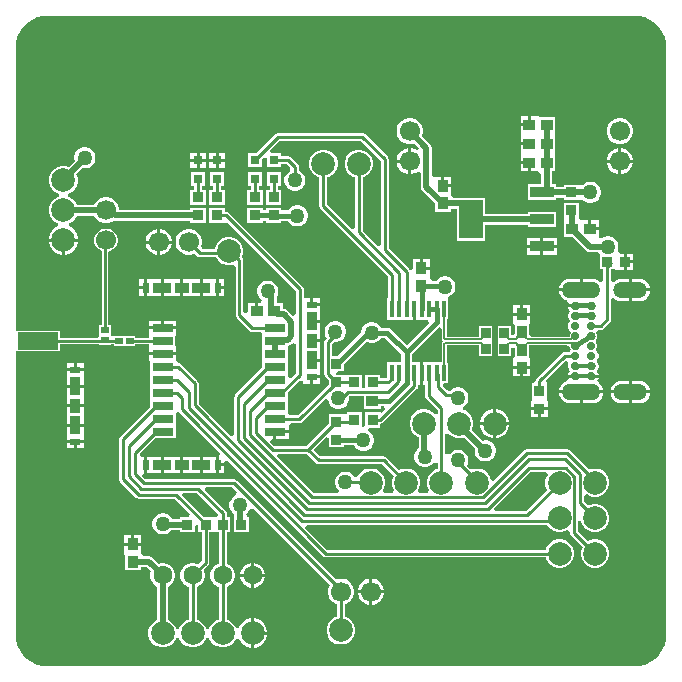
<source format=gtl>
G04*
G04 #@! TF.GenerationSoftware,Altium Limited,Altium Designer,24.9.1 (31)*
G04*
G04 Layer_Physical_Order=1*
G04 Layer_Color=255*
%FSLAX25Y25*%
%MOIN*%
G70*
G04*
G04 #@! TF.SameCoordinates,A3C4BDD5-98FE-4EBF-97C8-16CFD852CAFA*
G04*
G04*
G04 #@! TF.FilePolarity,Positive*
G04*
G01*
G75*
%ADD13C,0.01000*%
%ADD43R,0.07087X0.02756*%
%ADD44R,0.04724X0.03543*%
%ADD45R,0.05906X0.03543*%
%ADD46R,0.02362X0.03543*%
%ADD47R,0.03543X0.03347*%
%ADD48C,0.07874*%
%ADD49R,0.03740X0.03937*%
%ADD50R,0.03347X0.03543*%
%ADD51R,0.03937X0.03740*%
%ADD52R,0.03543X0.04724*%
%ADD53R,0.03543X0.05906*%
%ADD54R,0.03543X0.02362*%
%ADD55R,0.02598X0.02441*%
%ADD56R,0.02874X0.02008*%
%ADD57R,0.07874X0.12598*%
%ADD58R,0.07874X0.03543*%
%ADD59R,0.03150X0.03150*%
%ADD60R,0.13780X0.05906*%
%ADD61R,0.01772X0.05709*%
%ADD62C,0.01968*%
%ADD63C,0.00636*%
%ADD64C,0.01772*%
%ADD65C,0.00898*%
%ADD66C,0.21654*%
%ADD67O,0.12795X0.05315*%
%ADD68O,0.11221X0.05315*%
%ADD69C,0.02756*%
%ADD70C,0.06693*%
%ADD71C,0.06299*%
%ADD72C,0.01772*%
%ADD73C,0.05000*%
G36*
X206693Y216535D02*
X207662Y216535D01*
X209564Y216157D01*
X211355Y215415D01*
X212967Y214338D01*
X214338Y212967D01*
X215415Y211355D01*
X216157Y209564D01*
X216535Y207662D01*
X216535Y206693D01*
X216535Y206693D01*
X216535Y206693D01*
Y9843D01*
Y8873D01*
X216157Y6972D01*
X215415Y5180D01*
X214338Y3568D01*
X212967Y2197D01*
X211355Y1120D01*
X209564Y378D01*
X207662Y0D01*
X9843D01*
X8873Y-0D01*
X6972Y378D01*
X5180Y1120D01*
X3568Y2197D01*
X2197Y3568D01*
X1120Y5180D01*
X378Y6972D01*
X-0Y8873D01*
X0Y9843D01*
Y104815D01*
X14476D01*
Y107300D01*
X27591D01*
Y106921D01*
X31465D01*
Y107300D01*
X32531D01*
Y106547D01*
X39595D01*
Y107300D01*
X44240D01*
X44276Y106315D01*
X44276Y105597D01*
Y104437D01*
X53362D01*
Y105597D01*
X53362Y106315D01*
X52862Y107108D01*
Y109428D01*
X53362Y110221D01*
X53362Y110939D01*
Y112098D01*
X44276D01*
Y110939D01*
X44276Y110221D01*
X44240Y109235D01*
X39595D01*
Y109988D01*
X32531D01*
Y109988D01*
X31532Y109876D01*
X31465Y109942D01*
Y110543D01*
X31465Y110929D01*
Y113551D01*
X30495D01*
Y138022D01*
X31406Y138266D01*
X32283Y138772D01*
X32999Y139489D01*
X33506Y140366D01*
X33768Y141344D01*
Y142357D01*
X33506Y143335D01*
X32999Y144212D01*
X32283Y144928D01*
X31406Y145435D01*
X30428Y145697D01*
X29415D01*
X28437Y145435D01*
X27560Y144928D01*
X26843Y144212D01*
X26337Y143335D01*
X26075Y142357D01*
Y141344D01*
X26337Y140366D01*
X26843Y139489D01*
X27560Y138772D01*
X28437Y138266D01*
X28560Y138233D01*
Y113551D01*
X27591D01*
Y110929D01*
X27591Y110543D01*
Y109942D01*
X26883Y109235D01*
X14476D01*
Y111721D01*
X0D01*
Y206693D01*
Y207662D01*
X378Y209564D01*
X1120Y211355D01*
X2197Y212967D01*
X3568Y214338D01*
X5180Y215415D01*
X6972Y216157D01*
X8873Y216535D01*
X9843Y216535D01*
X9843Y216535D01*
X206693Y216535D01*
D02*
G37*
%LPC*%
G36*
X170563Y183185D02*
X168095D01*
Y180815D01*
X170563D01*
Y183185D01*
D02*
G37*
G36*
X201753Y182575D02*
X200609D01*
X199503Y182279D01*
X198512Y181706D01*
X197703Y180897D01*
X197131Y179906D01*
X196835Y178801D01*
Y177656D01*
X197131Y176551D01*
X197703Y175560D01*
X198512Y174750D01*
X199503Y174178D01*
X200609Y173882D01*
X201753D01*
X202859Y174178D01*
X203850Y174750D01*
X204659Y175560D01*
X205231Y176551D01*
X205528Y177656D01*
Y178801D01*
X205231Y179906D01*
X204659Y180897D01*
X203850Y181706D01*
X202859Y182279D01*
X201753Y182575D01*
D02*
G37*
G36*
X131675D02*
X130530D01*
X129425Y182279D01*
X128434Y181706D01*
X127624Y180897D01*
X127052Y179906D01*
X126756Y178801D01*
Y177656D01*
X127052Y176551D01*
X127624Y175560D01*
X128434Y174750D01*
X129425Y174178D01*
X130530Y173882D01*
X131675D01*
X132636Y174140D01*
X134112Y172664D01*
X133498Y171864D01*
X132780Y172279D01*
X131675Y172575D01*
X131602D01*
Y168228D01*
Y163882D01*
X131675D01*
X132780Y164178D01*
X133771Y164750D01*
X133817Y164796D01*
X134817Y164382D01*
Y159735D01*
X134954Y159044D01*
X135346Y158458D01*
X139469Y154335D01*
Y151378D01*
X144783D01*
Y152328D01*
X146850D01*
Y141732D01*
X156299D01*
Y147012D01*
X170472D01*
Y146260D01*
X179921D01*
Y151378D01*
X170472D01*
Y150625D01*
X156299D01*
Y155905D01*
X148797D01*
X148622Y155940D01*
X145633D01*
X144974Y156928D01*
X144996Y157071D01*
X144996Y157071D01*
X144996Y157071D01*
Y159539D01*
X142126D01*
Y160039D01*
X141626D01*
Y163008D01*
X139256D01*
X138430Y163427D01*
Y172707D01*
X138292Y173399D01*
X137900Y173985D01*
X135191Y176694D01*
X135449Y177656D01*
Y178801D01*
X135153Y179906D01*
X134580Y180897D01*
X133771Y181706D01*
X132780Y182279D01*
X131675Y182575D01*
D02*
G37*
G36*
X69504Y171079D02*
X67429D01*
Y169004D01*
X69504D01*
Y171079D01*
D02*
G37*
G36*
X63205D02*
X61130D01*
Y169004D01*
X63205D01*
Y171079D01*
D02*
G37*
G36*
X66429D02*
X64354D01*
Y169004D01*
X66429D01*
Y171079D01*
D02*
G37*
G36*
X60130D02*
X58055D01*
Y169004D01*
X60130D01*
Y171079D01*
D02*
G37*
G36*
X201753Y172575D02*
X201681D01*
Y168728D01*
X205528D01*
Y168801D01*
X205231Y169906D01*
X204659Y170897D01*
X203850Y171706D01*
X202859Y172279D01*
X201753Y172575D01*
D02*
G37*
G36*
X200681D02*
X200609D01*
X199503Y172279D01*
X198512Y171706D01*
X197703Y170897D01*
X197131Y169906D01*
X196835Y168801D01*
Y168728D01*
X200681D01*
Y172575D01*
D02*
G37*
G36*
X130602D02*
X130530D01*
X129425Y172279D01*
X128434Y171706D01*
X127624Y170897D01*
X127052Y169906D01*
X126756Y168801D01*
Y168728D01*
X130602D01*
Y172575D01*
D02*
G37*
G36*
X23295Y172791D02*
X22374D01*
X21484Y172553D01*
X20686Y172092D01*
X20034Y171440D01*
X19573Y170642D01*
X19335Y169752D01*
Y168831D01*
X19475Y168309D01*
X17451Y166285D01*
X16370Y166575D01*
X15126D01*
X13925Y166253D01*
X12847Y165631D01*
X11968Y164751D01*
X11346Y163674D01*
X11024Y162472D01*
Y161228D01*
X11346Y160027D01*
X11968Y158949D01*
X12847Y158070D01*
X13925Y157448D01*
X14223Y157368D01*
Y156333D01*
X13925Y156253D01*
X12847Y155631D01*
X11968Y154751D01*
X11346Y153674D01*
X11024Y152472D01*
Y151228D01*
X11346Y150027D01*
X11968Y148950D01*
X12847Y148070D01*
X13853Y147489D01*
X13905Y147206D01*
X13851Y146553D01*
X13823Y146440D01*
X12717Y145801D01*
X11797Y144882D01*
X11147Y143756D01*
X10811Y142500D01*
Y142350D01*
X15748D01*
X20685D01*
Y142500D01*
X20349Y143756D01*
X19699Y144882D01*
X18779Y145801D01*
X17673Y146440D01*
X17645Y146553D01*
X17592Y147206D01*
X17643Y147489D01*
X18649Y148070D01*
X19529Y148950D01*
X20151Y150027D01*
X20155Y150044D01*
X25945D01*
X26443Y149182D01*
X27253Y148372D01*
X28244Y147800D01*
X29349Y147504D01*
X30494D01*
X31599Y147800D01*
X32579Y148366D01*
X32952Y148292D01*
X58071D01*
Y147638D01*
X63189D01*
Y152559D01*
X58071D01*
Y151905D01*
X34268D01*
Y152423D01*
X33972Y153528D01*
X33399Y154519D01*
X32590Y155328D01*
X31599Y155901D01*
X30494Y156197D01*
X29349D01*
X28244Y155901D01*
X27253Y155328D01*
X26443Y154519D01*
X25945Y153657D01*
X20155D01*
X20151Y153674D01*
X19529Y154751D01*
X18649Y155631D01*
X17572Y156253D01*
X17273Y156333D01*
Y157368D01*
X17572Y157448D01*
X18649Y158070D01*
X19529Y158949D01*
X20151Y160027D01*
X20472Y161228D01*
Y162472D01*
X20151Y163674D01*
X20077Y163802D01*
X22131Y165856D01*
X22374Y165791D01*
X23295D01*
X24186Y166030D01*
X24984Y166491D01*
X25635Y167142D01*
X26096Y167940D01*
X26335Y168831D01*
Y169752D01*
X26096Y170642D01*
X25635Y171440D01*
X24984Y172092D01*
X24186Y172553D01*
X23295Y172791D01*
D02*
G37*
G36*
X69504Y168004D02*
X67429D01*
Y165929D01*
X69504D01*
Y168004D01*
D02*
G37*
G36*
X66429D02*
X64354D01*
Y165929D01*
X66429D01*
Y168004D01*
D02*
G37*
G36*
X63205D02*
X61130D01*
Y165929D01*
X63205D01*
Y168004D01*
D02*
G37*
G36*
X60130D02*
X58055D01*
Y165929D01*
X60130D01*
Y168004D01*
D02*
G37*
G36*
X170563Y167217D02*
X168095D01*
Y164847D01*
X170563D01*
Y167217D01*
D02*
G37*
G36*
X205528Y167728D02*
X201681D01*
Y163882D01*
X201753D01*
X202859Y164178D01*
X203850Y164750D01*
X204659Y165560D01*
X205231Y166551D01*
X205528Y167656D01*
Y167728D01*
D02*
G37*
G36*
X200681D02*
X196835D01*
Y167656D01*
X197131Y166551D01*
X197703Y165560D01*
X198512Y164750D01*
X199503Y164178D01*
X200609Y163882D01*
X200681D01*
Y167728D01*
D02*
G37*
G36*
X130602D02*
X126756D01*
Y167656D01*
X127052Y166551D01*
X127624Y165560D01*
X128434Y164750D01*
X129425Y164178D01*
X130530Y163882D01*
X130602D01*
Y167728D01*
D02*
G37*
G36*
X144996Y163008D02*
X142626D01*
Y160539D01*
X144996D01*
Y163008D01*
D02*
G37*
G36*
X174031Y183185D02*
X173301Y183185D01*
X171563D01*
Y180315D01*
X171063D01*
Y179815D01*
X168095D01*
Y177886D01*
X168095Y177165D01*
X168095Y176445D01*
Y174516D01*
X171063D01*
Y173516D01*
X168095D01*
Y171587D01*
X168095Y170587D01*
X168095Y170146D01*
Y168217D01*
X171063D01*
Y167717D01*
X171563D01*
Y164847D01*
X173301D01*
X174031Y164847D01*
X174064Y164854D01*
X175064Y164060D01*
Y160433D01*
X170472D01*
Y155315D01*
X179921D01*
Y156068D01*
X182480D01*
Y155413D01*
X187598D01*
Y155413D01*
X188498Y155656D01*
X188598Y155664D01*
X189190Y155073D01*
X189988Y154613D01*
X190878Y154374D01*
X191799D01*
X192690Y154613D01*
X193488Y155073D01*
X194139Y155725D01*
X194600Y156523D01*
X194839Y157413D01*
Y158335D01*
X194600Y159225D01*
X194139Y160023D01*
X193488Y160675D01*
X192690Y161135D01*
X191799Y161374D01*
X190878D01*
X189988Y161135D01*
X189190Y160675D01*
X188598Y160084D01*
X188498Y160092D01*
X187598Y160335D01*
Y160335D01*
X182480D01*
Y159680D01*
X179921D01*
Y160433D01*
X178676D01*
Y165059D01*
X179724D01*
Y170374D01*
X179724D01*
X179724Y171358D01*
X179724D01*
Y176673D01*
X179724D01*
Y177657D01*
X179724D01*
Y182972D01*
X174943D01*
X174031Y183185D01*
D02*
G37*
G36*
X88189Y164567D02*
X83465D01*
Y159843D01*
X84514D01*
Y158661D01*
X83268D01*
Y153740D01*
X88386D01*
Y158661D01*
X87139D01*
Y159843D01*
X88189D01*
Y164567D01*
D02*
G37*
G36*
X81890D02*
X77165D01*
Y159843D01*
X78215D01*
Y158661D01*
X76968D01*
Y153740D01*
X82087D01*
Y158661D01*
X80840D01*
Y159843D01*
X81890D01*
Y164567D01*
D02*
G37*
G36*
X69291D02*
X64567D01*
Y159843D01*
X65617D01*
Y158661D01*
X64370D01*
Y153740D01*
X69488D01*
Y158661D01*
X68242D01*
Y159843D01*
X69291D01*
Y164567D01*
D02*
G37*
G36*
X62992D02*
X58268D01*
Y159843D01*
X59317D01*
Y158661D01*
X58071D01*
Y153740D01*
X63189D01*
Y158661D01*
X61942D01*
Y159843D01*
X62992D01*
Y164567D01*
D02*
G37*
G36*
X94162Y153500D02*
X93240D01*
X92350Y153261D01*
X91552Y152801D01*
X90900Y152149D01*
X90673Y151755D01*
X88386D01*
Y152559D01*
X83268D01*
Y151804D01*
X82087D01*
Y152559D01*
X76968D01*
Y147638D01*
X82087D01*
Y148392D01*
X83268D01*
Y147638D01*
X88386D01*
Y148343D01*
X90616D01*
X90900Y147851D01*
X91552Y147199D01*
X92350Y146739D01*
X93240Y146500D01*
X94162D01*
X95052Y146739D01*
X95850Y147199D01*
X96501Y147851D01*
X96962Y148649D01*
X97201Y149539D01*
Y150461D01*
X96962Y151351D01*
X96501Y152149D01*
X95850Y152801D01*
X95052Y153261D01*
X94162Y153500D01*
D02*
G37*
G36*
X194110Y148539D02*
X191642D01*
Y146169D01*
X194110D01*
Y148539D01*
D02*
G37*
G36*
X48033Y145587D02*
X47961D01*
Y141740D01*
X51807D01*
Y141812D01*
X51511Y142918D01*
X50939Y143909D01*
X50129Y144718D01*
X49138Y145290D01*
X48033Y145587D01*
D02*
G37*
G36*
X46961D02*
X46888D01*
X45783Y145290D01*
X44792Y144718D01*
X43983Y143909D01*
X43410Y142918D01*
X43114Y141812D01*
Y141740D01*
X46961D01*
Y145587D01*
D02*
G37*
G36*
X180134Y142535D02*
X175697D01*
Y140264D01*
X180134D01*
Y142535D01*
D02*
G37*
G36*
X174697D02*
X170260D01*
Y140264D01*
X174697D01*
Y142535D01*
D02*
G37*
G36*
X115354Y177691D02*
X87402D01*
X86899Y177591D01*
X86473Y177306D01*
X80033Y170866D01*
X77165D01*
Y166142D01*
X81890D01*
Y169005D01*
X82591Y169583D01*
X83465Y169210D01*
Y166142D01*
X88189D01*
Y167191D01*
X90106D01*
X91278Y166019D01*
X91316Y165895D01*
X91199Y164863D01*
X90764Y164612D01*
X90113Y163960D01*
X89652Y163162D01*
X89413Y162272D01*
Y161350D01*
X89652Y160460D01*
X90113Y159662D01*
X90764Y159010D01*
X91562Y158549D01*
X92453Y158311D01*
X93374D01*
X94264Y158549D01*
X95062Y159010D01*
X95714Y159662D01*
X96175Y160460D01*
X96413Y161350D01*
Y162272D01*
X96175Y163162D01*
X95714Y163960D01*
X95062Y164612D01*
X94264Y165073D01*
X94226Y165083D01*
Y166240D01*
X94126Y166743D01*
X93841Y167169D01*
X91578Y169432D01*
X91152Y169717D01*
X90650Y169817D01*
X88189D01*
Y170866D01*
X85053D01*
X84670Y171790D01*
X87945Y175065D01*
X114811D01*
X121522Y168354D01*
Y140252D01*
X120598Y139869D01*
X115486Y144982D01*
Y162784D01*
X115997Y162920D01*
X117074Y163542D01*
X117954Y164422D01*
X118576Y165499D01*
X118898Y166701D01*
Y167945D01*
X118576Y169146D01*
X117954Y170224D01*
X117074Y171103D01*
X115997Y171725D01*
X114795Y172047D01*
X113551D01*
X112350Y171725D01*
X111272Y171103D01*
X110393Y170224D01*
X109771Y169146D01*
X109449Y167945D01*
Y166701D01*
X109771Y165499D01*
X110393Y164422D01*
X111272Y163542D01*
X112350Y162920D01*
X112861Y162784D01*
Y145814D01*
X111937Y145431D01*
X103675Y153693D01*
Y162784D01*
X104186Y162920D01*
X105263Y163542D01*
X106143Y164422D01*
X106765Y165499D01*
X107087Y166701D01*
Y167945D01*
X106765Y169146D01*
X106143Y170224D01*
X105263Y171103D01*
X104186Y171725D01*
X102984Y172047D01*
X101740D01*
X100539Y171725D01*
X99461Y171103D01*
X98582Y170224D01*
X97960Y169146D01*
X97638Y167945D01*
Y166701D01*
X97960Y165499D01*
X98582Y164422D01*
X99461Y163542D01*
X100539Y162920D01*
X101050Y162784D01*
Y153150D01*
X101149Y152647D01*
X101434Y152222D01*
X123796Y129860D01*
Y122638D01*
X123435D01*
Y115354D01*
X130722D01*
Y115142D01*
X132108D01*
Y118996D01*
X133108D01*
Y115142D01*
X134494D01*
Y115354D01*
X137118D01*
X137532Y114354D01*
X130108Y106930D01*
X124868Y112171D01*
X124314Y112541D01*
X123661Y112671D01*
X121595D01*
X121305Y113173D01*
X120653Y113824D01*
X119855Y114285D01*
X118965Y114524D01*
X118043D01*
X117153Y114285D01*
X116355Y113824D01*
X115703Y113173D01*
X115243Y112375D01*
X115004Y111484D01*
Y111314D01*
X106839Y103150D01*
X105340D01*
Y107096D01*
X105838Y107917D01*
X106760D01*
X107650Y108156D01*
X108448Y108617D01*
X109100Y109268D01*
X109561Y110066D01*
X109799Y110957D01*
Y111878D01*
X109561Y112768D01*
X109100Y113566D01*
X108448Y114218D01*
X107650Y114679D01*
X106760Y114917D01*
X105838D01*
X104948Y114679D01*
X104150Y114218D01*
X103498Y113566D01*
X103038Y112768D01*
X102799Y111878D01*
Y110957D01*
X103038Y110066D01*
X103454Y109346D01*
X103099Y108991D01*
X102815Y108566D01*
X102715Y108063D01*
Y97154D01*
X102815Y96651D01*
X103099Y96225D01*
X104134Y95191D01*
Y93884D01*
X93846Y83596D01*
X90907D01*
X90551Y84449D01*
X90551Y84449D01*
X90551D01*
X90551Y84449D01*
Y88779D01*
X90551D01*
X90551Y89780D01*
Y91254D01*
X94653Y95356D01*
X95653Y94942D01*
Y94079D01*
X97925D01*
Y96260D01*
X98425D01*
Y96760D01*
X101197D01*
Y97819D01*
Y101272D01*
X98425D01*
Y102272D01*
X101197D01*
Y104905D01*
Y107768D01*
X98425D01*
Y108768D01*
X101197D01*
Y110811D01*
Y114264D01*
X98425D01*
Y115264D01*
X101197D01*
Y118095D01*
Y119776D01*
X98425D01*
Y120276D01*
X97925D01*
Y122457D01*
X95801D01*
Y125591D01*
X95701Y126093D01*
X95416Y126519D01*
X70908Y151027D01*
X70483Y151311D01*
X69980Y151411D01*
X69488D01*
Y152559D01*
X64370D01*
Y147638D01*
X69488D01*
Y147638D01*
X70263Y147959D01*
X93176Y125047D01*
Y117123D01*
X92176Y116709D01*
X90383Y118502D01*
X89797Y118893D01*
X89106Y119031D01*
X88779D01*
Y120768D01*
X86846D01*
Y122900D01*
X86820Y123031D01*
X87120Y123551D01*
X87358Y124441D01*
Y125362D01*
X87120Y126252D01*
X86659Y127051D01*
X86007Y127702D01*
X85209Y128163D01*
X84319Y128402D01*
X83398D01*
X82507Y128163D01*
X81709Y127702D01*
X81058Y127051D01*
X80597Y126252D01*
X80358Y125362D01*
Y124441D01*
X80597Y123551D01*
X81058Y122752D01*
X81709Y122101D01*
X81918Y121980D01*
X81650Y120980D01*
X80618D01*
Y118110D01*
X79618D01*
Y120980D01*
X77150D01*
Y117931D01*
X76150Y117441D01*
X75722Y117772D01*
Y135335D01*
X75622Y135837D01*
X75338Y136263D01*
X75256Y136344D01*
X75269Y136365D01*
X75590Y137567D01*
Y138811D01*
X75269Y140013D01*
X74647Y141090D01*
X73767Y141970D01*
X72690Y142591D01*
X71488Y142913D01*
X70244D01*
X69043Y142591D01*
X67965Y141970D01*
X67086Y141090D01*
X66464Y140013D01*
X66160Y138880D01*
X62271D01*
X62017Y139108D01*
X61586Y139842D01*
X61807Y140668D01*
Y141812D01*
X61511Y142918D01*
X60939Y143909D01*
X60129Y144718D01*
X59138Y145290D01*
X58033Y145587D01*
X56888D01*
X55783Y145290D01*
X54792Y144718D01*
X53983Y143909D01*
X53410Y142918D01*
X53114Y141812D01*
Y140668D01*
X53410Y139562D01*
X53983Y138571D01*
X54792Y137762D01*
X55783Y137190D01*
X56888Y136894D01*
X58033D01*
X59138Y137190D01*
X59466Y137379D01*
X60206Y136639D01*
X60632Y136354D01*
X61134Y136254D01*
X66528D01*
X67086Y135288D01*
X67965Y134408D01*
X69043Y133786D01*
X70244Y133465D01*
X71488D01*
X72097Y133628D01*
X73097Y132934D01*
Y116929D01*
X73197Y116427D01*
X73481Y116001D01*
X77812Y111670D01*
X78238Y111386D01*
X78740Y111286D01*
X81534D01*
X81890Y110433D01*
X81890Y110433D01*
X81890D01*
X81890Y110433D01*
Y107102D01*
X81890Y106102D01*
X81890D01*
Y106102D01*
X81890D01*
Y102772D01*
X81890Y101772D01*
X81890D01*
Y101772D01*
X81890D01*
Y99297D01*
X73040Y90448D01*
X72756Y90022D01*
X72656Y89520D01*
Y76813D01*
X71732Y76430D01*
X60761Y87401D01*
Y94095D01*
X60662Y94597D01*
X60377Y95023D01*
X54865Y100534D01*
X54439Y100819D01*
X54085Y100890D01*
X53362Y101559D01*
Y103437D01*
X44276D01*
Y101559D01*
X44488D01*
Y98441D01*
X44488Y97441D01*
X44488D01*
Y97441D01*
X44488D01*
Y94110D01*
X44488Y93110D01*
X44488D01*
Y93110D01*
X44488D01*
Y89780D01*
X44488Y88779D01*
X44488D01*
Y88779D01*
X44488D01*
Y86305D01*
X34588Y76405D01*
X34303Y75979D01*
X34203Y75476D01*
Y62317D01*
X34303Y61814D01*
X34588Y61389D01*
X39916Y56060D01*
X40342Y55775D01*
X40844Y55676D01*
X52704D01*
X57850Y50530D01*
X57467Y49606D01*
X54527D01*
Y48854D01*
X52056D01*
X51704Y49464D01*
X51052Y50116D01*
X50254Y50576D01*
X49364Y50815D01*
X48442D01*
X47552Y50576D01*
X46754Y50116D01*
X46102Y49464D01*
X45641Y48666D01*
X45403Y47776D01*
Y46854D01*
X45641Y45964D01*
X46102Y45166D01*
X46754Y44514D01*
X47552Y44053D01*
X48442Y43815D01*
X49364D01*
X50254Y44053D01*
X51052Y44514D01*
X51704Y45166D01*
X51747Y45241D01*
X54527D01*
Y44488D01*
X59449D01*
Y46618D01*
X60449Y47152D01*
X60630Y47031D01*
Y44488D01*
X61778D01*
Y34953D01*
X60660Y33835D01*
X60401Y33985D01*
X59346Y34268D01*
X58253D01*
X57197Y33985D01*
X56251Y33439D01*
X55479Y32666D01*
X54932Y31720D01*
X54650Y30664D01*
Y29572D01*
X54932Y28516D01*
X55479Y27570D01*
X56251Y26798D01*
X57197Y26251D01*
X57487Y26174D01*
Y15366D01*
X56976Y15229D01*
X55898Y14607D01*
X55019Y13728D01*
X54397Y12650D01*
X54317Y12352D01*
X53282D01*
X53202Y12650D01*
X52580Y13728D01*
X51700Y14607D01*
X50623Y15229D01*
X50606Y15234D01*
Y26370D01*
X51347Y26798D01*
X52120Y27570D01*
X52666Y28516D01*
X52949Y29572D01*
Y30664D01*
X52666Y31720D01*
X52120Y32666D01*
X51347Y33439D01*
X50401Y33985D01*
X49345Y34268D01*
X48253D01*
X47426Y34046D01*
X45549Y35923D01*
X44963Y36314D01*
X44272Y36452D01*
X42511D01*
X41718Y37452D01*
X41748Y37583D01*
X41748Y38313D01*
Y40051D01*
X38878D01*
X36008D01*
Y38313D01*
X36008Y37583D01*
X36220Y36671D01*
Y31890D01*
X41535D01*
Y32839D01*
X43523D01*
X44871Y31492D01*
X44650Y30664D01*
Y29572D01*
X44932Y28516D01*
X45479Y27570D01*
X46251Y26798D01*
X46993Y26370D01*
Y15234D01*
X46976Y15229D01*
X45898Y14607D01*
X45019Y13728D01*
X44397Y12650D01*
X44075Y11449D01*
Y10205D01*
X44397Y9003D01*
X45019Y7926D01*
X45898Y7046D01*
X46976Y6424D01*
X48177Y6102D01*
X49421D01*
X50623Y6424D01*
X51700Y7046D01*
X52580Y7926D01*
X53202Y9003D01*
X53282Y9301D01*
X54317D01*
X54397Y9003D01*
X55019Y7926D01*
X55898Y7046D01*
X56976Y6424D01*
X58177Y6102D01*
X59421D01*
X60623Y6424D01*
X61700Y7046D01*
X62580Y7926D01*
X63202Y9003D01*
X63282Y9301D01*
X64317D01*
X64397Y9003D01*
X65019Y7926D01*
X65898Y7046D01*
X66976Y6424D01*
X68177Y6102D01*
X69421D01*
X70623Y6424D01*
X71700Y7046D01*
X72580Y7926D01*
X73160Y8932D01*
X73444Y8983D01*
X74096Y8930D01*
X74210Y8902D01*
X74849Y7795D01*
X75768Y6876D01*
X76894Y6226D01*
X78149Y5890D01*
X78299D01*
Y10827D01*
Y15764D01*
X78149D01*
X76894Y15427D01*
X75768Y14777D01*
X74849Y13858D01*
X74210Y12752D01*
X74096Y12724D01*
X73444Y12670D01*
X73160Y12722D01*
X72580Y13728D01*
X71700Y14607D01*
X70623Y15229D01*
X70112Y15366D01*
Y26174D01*
X70401Y26251D01*
X71347Y26798D01*
X72120Y27570D01*
X72666Y28516D01*
X72949Y29572D01*
Y30664D01*
X72666Y31720D01*
X72120Y32666D01*
X71347Y33439D01*
X70401Y33985D01*
X70112Y34062D01*
Y44488D01*
X71358D01*
Y49606D01*
X70210D01*
Y50780D01*
X70110Y51283D01*
X69826Y51708D01*
X62814Y58720D01*
X63197Y59644D01*
X71944D01*
X73652Y57936D01*
X73354Y56821D01*
X73216Y56784D01*
X72417Y56323D01*
X71766Y55671D01*
X71305Y54873D01*
X71066Y53983D01*
Y53061D01*
X71305Y52171D01*
X71766Y51373D01*
X72417Y50722D01*
X72513Y50666D01*
X72607Y49676D01*
X72539Y49606D01*
X72539D01*
Y44488D01*
X77461D01*
Y49606D01*
X77202D01*
X77052Y49761D01*
X76715Y50722D01*
X77367Y51373D01*
X77828Y52171D01*
X77865Y52309D01*
X78980Y52608D01*
X104529Y27059D01*
X104139Y26382D01*
X103842Y25277D01*
Y24133D01*
X104139Y23027D01*
X104711Y22036D01*
X105520Y21227D01*
X106511Y20654D01*
X106876Y20557D01*
Y16350D01*
X106365Y16214D01*
X105288Y15592D01*
X104409Y14712D01*
X103787Y13635D01*
X103465Y12433D01*
Y11189D01*
X103787Y9988D01*
X104409Y8910D01*
X105288Y8031D01*
X106365Y7409D01*
X107567Y7087D01*
X108811D01*
X110012Y7409D01*
X111090Y8031D01*
X111969Y8910D01*
X112591Y9988D01*
X112913Y11189D01*
Y12433D01*
X112591Y13635D01*
X111969Y14712D01*
X111090Y15592D01*
X110012Y16214D01*
X109502Y16350D01*
Y20557D01*
X109867Y20654D01*
X110858Y21227D01*
X111667Y22036D01*
X112239Y23027D01*
X112535Y24133D01*
Y25277D01*
X112239Y26382D01*
X111667Y27373D01*
X110858Y28183D01*
X109867Y28755D01*
X108761Y29051D01*
X107617D01*
X106539Y28762D01*
X73416Y61885D01*
X72991Y62169D01*
X72488Y62269D01*
X43032D01*
X42068Y63234D01*
X42450Y64157D01*
X42610D01*
Y66929D01*
Y69701D01*
X41672D01*
X41258Y70701D01*
X46345Y75787D01*
X53150D01*
Y80118D01*
X53150D01*
X53150Y81118D01*
Y84262D01*
X53566Y84497D01*
X54150Y84565D01*
X54190Y84505D01*
X68070Y70625D01*
X67687Y69701D01*
X67626D01*
Y67429D01*
X69307D01*
Y68081D01*
X70231Y68464D01*
X102221Y36473D01*
X102647Y36189D01*
X103150Y36089D01*
X176563D01*
X176700Y35578D01*
X177322Y34501D01*
X178201Y33621D01*
X179279Y32999D01*
X180480Y32677D01*
X181724D01*
X182926Y32999D01*
X184003Y33621D01*
X184883Y34501D01*
X185505Y35578D01*
X185827Y36780D01*
Y38024D01*
X185505Y39225D01*
X184883Y40302D01*
X184003Y41182D01*
X182926Y41804D01*
X181724Y42126D01*
X180480D01*
X179279Y41804D01*
X178201Y41182D01*
X177322Y40302D01*
X176700Y39225D01*
X176563Y38714D01*
X103693D01*
X96388Y46019D01*
X96771Y46943D01*
X176957D01*
X177322Y46312D01*
X178201Y45432D01*
X179279Y44810D01*
X180480Y44488D01*
X181724D01*
X182926Y44810D01*
X183620Y45211D01*
X184620Y44719D01*
Y44382D01*
X184720Y43880D01*
X185005Y43454D01*
X188775Y39683D01*
X188511Y39225D01*
X188189Y38024D01*
Y36780D01*
X188511Y35578D01*
X189133Y34501D01*
X190013Y33621D01*
X191090Y32999D01*
X192291Y32677D01*
X193535D01*
X194737Y32999D01*
X195814Y33621D01*
X196694Y34501D01*
X197316Y35578D01*
X197638Y36780D01*
Y38024D01*
X197316Y39225D01*
X196694Y40302D01*
X195814Y41182D01*
X194737Y41804D01*
X193535Y42126D01*
X192291D01*
X191090Y41804D01*
X190632Y41539D01*
X187246Y44926D01*
Y48247D01*
X188246Y48379D01*
X188511Y47389D01*
X189133Y46312D01*
X190013Y45432D01*
X191090Y44810D01*
X192291Y44488D01*
X193535D01*
X194737Y44810D01*
X195814Y45432D01*
X196694Y46312D01*
X197316Y47389D01*
X197638Y48591D01*
Y49835D01*
X197316Y51036D01*
X196694Y52113D01*
X195814Y52993D01*
X194737Y53615D01*
X193535Y53937D01*
X192291D01*
X191090Y53615D01*
X190632Y53351D01*
X189230Y54752D01*
Y56745D01*
X190230Y57118D01*
X191090Y56621D01*
X192291Y56299D01*
X193535D01*
X194737Y56621D01*
X195814Y57243D01*
X196694Y58123D01*
X197316Y59200D01*
X197638Y60402D01*
Y61646D01*
X197316Y62847D01*
X196694Y63924D01*
X195814Y64804D01*
X194737Y65426D01*
X193535Y65748D01*
X192291D01*
X191090Y65426D01*
X191033Y65393D01*
X184632Y71794D01*
X184206Y72079D01*
X183704Y72179D01*
X170218D01*
X169715Y72079D01*
X169289Y71794D01*
X159209Y61713D01*
X158153Y62072D01*
X157946Y62847D01*
X157324Y63924D01*
X156444Y64804D01*
X155367Y65426D01*
X154165Y65748D01*
X152921D01*
X151720Y65426D01*
X151636Y65378D01*
X150270Y66744D01*
X150506Y67153D01*
X150744Y68043D01*
Y68965D01*
X150506Y69855D01*
X150045Y70653D01*
X149393Y71305D01*
X148595Y71765D01*
X147705Y72004D01*
X146783D01*
X145893Y71765D01*
X145095Y71305D01*
X144443Y70653D01*
X143183Y70469D01*
X143045Y70561D01*
Y77267D01*
X143265Y77413D01*
X144045Y77620D01*
X144737Y76928D01*
X145814Y76306D01*
X147016Y75984D01*
X148260D01*
X149170Y76228D01*
X152929Y72469D01*
X152827Y72087D01*
Y71165D01*
X153065Y70275D01*
X153526Y69477D01*
X154178Y68825D01*
X154976Y68365D01*
X155866Y68126D01*
X156788D01*
X157678Y68365D01*
X158476Y68825D01*
X159127Y69477D01*
X159588Y70275D01*
X159827Y71165D01*
Y72087D01*
X159588Y72977D01*
X159127Y73775D01*
X158476Y74427D01*
X157678Y74888D01*
X156788Y75126D01*
X155866D01*
X155484Y75024D01*
X151887Y78620D01*
X152040Y78885D01*
X152362Y80087D01*
Y81331D01*
X152040Y82532D01*
X151418Y83609D01*
X150539Y84489D01*
X149461Y85111D01*
X149012Y85232D01*
X148914Y86293D01*
X149393Y86569D01*
X150045Y87221D01*
X150506Y88019D01*
X150744Y88909D01*
Y89831D01*
X150506Y90721D01*
X150045Y91519D01*
X149393Y92171D01*
X148595Y92632D01*
X147705Y92870D01*
X146783D01*
X145893Y92632D01*
X145095Y92171D01*
X144443Y91519D01*
X143517Y91804D01*
X142136Y93185D01*
X142550Y94185D01*
X143994D01*
Y100894D01*
X143442D01*
Y106866D01*
X154307D01*
X154323Y106787D01*
Y103240D01*
X158669D01*
Y107783D01*
X158669D01*
X158669Y108752D01*
X158669D01*
Y113295D01*
X154323D01*
Y109749D01*
X154307Y109669D01*
X143442D01*
Y115642D01*
X143994D01*
Y122350D01*
X143994D01*
X144387Y123187D01*
X145062Y123577D01*
X145714Y124229D01*
X146175Y125027D01*
X146413Y125917D01*
Y126839D01*
X146175Y127729D01*
X145714Y128527D01*
X145062Y129179D01*
X144264Y129639D01*
X143374Y129878D01*
X142453D01*
X141562Y129639D01*
X140764Y129179D01*
X140113Y128527D01*
X139914Y128182D01*
X138534D01*
X137833Y129182D01*
X137909Y129512D01*
X137909Y130243D01*
Y131980D01*
X135039D01*
Y132480D01*
X134539D01*
Y135449D01*
X132169D01*
Y132282D01*
X131169Y132038D01*
X131036Y132237D01*
X124147Y139126D01*
Y168898D01*
X124047Y169400D01*
X123763Y169826D01*
X116282Y177306D01*
X115857Y177591D01*
X115354Y177691D01*
D02*
G37*
G36*
X180134Y139264D02*
X175697D01*
Y136992D01*
X180134D01*
Y139264D01*
D02*
G37*
G36*
X174697D02*
X170260D01*
Y136992D01*
X174697D01*
Y139264D01*
D02*
G37*
G36*
X20685Y141350D02*
X16248D01*
Y136913D01*
X16398D01*
X17654Y137250D01*
X18779Y137900D01*
X19699Y138819D01*
X20349Y139945D01*
X20685Y141200D01*
Y141350D01*
D02*
G37*
G36*
X15248D02*
X10811D01*
Y141200D01*
X11147Y139945D01*
X11797Y138819D01*
X12717Y137900D01*
X13842Y137250D01*
X15098Y136913D01*
X15248D01*
Y141350D01*
D02*
G37*
G36*
X51807Y140740D02*
X47961D01*
Y136894D01*
X48033D01*
X49138Y137190D01*
X50129Y137762D01*
X50939Y138571D01*
X51511Y139562D01*
X51807Y140668D01*
Y140740D01*
D02*
G37*
G36*
X46961D02*
X43114D01*
Y140668D01*
X43410Y139562D01*
X43983Y138571D01*
X44792Y137762D01*
X45783Y137190D01*
X46888Y136894D01*
X46961D01*
Y140740D01*
D02*
G37*
G36*
X205724Y137417D02*
X203551D01*
Y135146D01*
X205724D01*
Y137417D01*
D02*
G37*
G36*
X137909Y135449D02*
X135539D01*
Y132980D01*
X137909D01*
Y135449D01*
D02*
G37*
G36*
X205724Y134146D02*
X203551D01*
Y131874D01*
X205724D01*
Y134146D01*
D02*
G37*
G36*
X187598Y154232D02*
X182480D01*
Y149311D01*
X182480D01*
Y148327D01*
X182480D01*
Y143012D01*
X185438D01*
X190022Y138427D01*
X190608Y138036D01*
X191299Y137898D01*
X193775D01*
X194488Y137205D01*
Y132087D01*
X195644D01*
Y128341D01*
X195027Y128031D01*
X194644Y127954D01*
X193971Y128470D01*
X193081Y128839D01*
X192126Y128965D01*
X188886D01*
Y125276D01*
X188386D01*
Y124776D01*
X181023D01*
X181082Y124321D01*
X181451Y123431D01*
X182037Y122667D01*
X182801Y122081D01*
X183580Y121758D01*
X183697Y121697D01*
X184120Y120647D01*
X184051Y120480D01*
X185137D01*
X185213Y120650D01*
X185343Y120843D01*
X185500Y121008D01*
X185689Y121150D01*
X185894Y121256D01*
X186114Y121323D01*
X186346Y121358D01*
X186579Y121350D01*
X186803Y121303D01*
X187020Y121221D01*
X187221Y121098D01*
X187398Y120949D01*
X187547Y120768D01*
X190601D01*
X190752Y120949D01*
X190929Y121098D01*
X191130Y121221D01*
X191347Y121303D01*
X191571Y121350D01*
X191803Y121358D01*
X192035Y121323D01*
X192256Y121256D01*
X192461Y121150D01*
X192650Y121008D01*
X192807Y120843D01*
X192937Y120650D01*
X193032Y120437D01*
X193091Y120213D01*
X193110Y119980D01*
X193091Y119748D01*
X193032Y119524D01*
X192937Y119311D01*
X192807Y119118D01*
X192650Y118953D01*
X192461Y118811D01*
X192256Y118705D01*
X192035Y118638D01*
X191803Y118602D01*
X191571Y118610D01*
X191347Y118658D01*
X191130Y118740D01*
X190929Y118862D01*
X190752Y119012D01*
X190602Y119193D01*
X187547D01*
X187398Y119012D01*
X187221Y118862D01*
X187020Y118740D01*
X186803Y118658D01*
X186579Y118610D01*
X186346Y118602D01*
X186114Y118638D01*
X185894Y118705D01*
X185689Y118811D01*
X185500Y118953D01*
X185343Y119118D01*
X185213Y119311D01*
X185137Y119480D01*
X184051D01*
X184401Y118633D01*
X184717Y118318D01*
X184604Y118199D01*
X184577Y118157D01*
X184401Y117981D01*
X184308Y117756D01*
X184281Y117717D01*
X184186Y117505D01*
X184168Y117424D01*
X184132Y117350D01*
X184118Y117297D01*
X184039Y117107D01*
Y116908D01*
X184023Y116720D01*
X184033Y116634D01*
X184023Y116548D01*
X184039Y116359D01*
Y116161D01*
X184118Y115971D01*
X184132Y115918D01*
X184168Y115844D01*
X184186Y115763D01*
X184281Y115550D01*
X184308Y115512D01*
X184401Y115287D01*
X184577Y115111D01*
X184604Y115068D01*
X184717Y114950D01*
X184401Y114634D01*
X184039Y113760D01*
Y112814D01*
X184401Y111940D01*
X184825Y111005D01*
X184539Y110315D01*
Y109662D01*
X179301D01*
X179265Y109669D01*
X171841D01*
X170874Y110663D01*
X170874Y113365D01*
X171374Y114157D01*
X171374Y114482D01*
Y116626D01*
X165634D01*
X165634Y114157D01*
X166134Y113365D01*
X166134Y113157D01*
Y110716D01*
X165159Y109754D01*
X164772Y110492D01*
Y113295D01*
X160425D01*
Y108752D01*
X160425D01*
X160425Y107783D01*
X160425D01*
Y103240D01*
X164772D01*
Y105873D01*
X164961Y106081D01*
X165872Y106062D01*
X166078Y105922D01*
X166134Y105849D01*
X166134Y103171D01*
X165634Y102378D01*
X165634Y102054D01*
Y99910D01*
X171374D01*
X171374Y102378D01*
X170874Y103171D01*
X170874Y103378D01*
Y106787D01*
X170890Y106866D01*
X178765D01*
X178802Y106859D01*
X183545D01*
X183908Y106731D01*
X184071Y106651D01*
X184560Y106114D01*
X184630Y105894D01*
X184664Y105854D01*
X184669Y105803D01*
X184779Y105598D01*
X184526Y104762D01*
X184331Y104561D01*
X182776D01*
X182273Y104461D01*
X181847Y104176D01*
X173481Y95810D01*
X173197Y95384D01*
X173097Y94882D01*
X172354Y94193D01*
X171850D01*
Y89303D01*
X171850Y89272D01*
X171774Y88303D01*
X171638D01*
Y86130D01*
X174409D01*
X177181D01*
Y88303D01*
X177044D01*
X176969Y89272D01*
X176969Y89303D01*
Y94193D01*
X176969D01*
X176577Y95193D01*
X182986Y101602D01*
X183489Y101507D01*
X183775Y101206D01*
X183853Y101060D01*
X184068Y100444D01*
X184039Y100375D01*
Y100176D01*
X184023Y99988D01*
X184033Y99902D01*
X184023Y99815D01*
X184039Y99627D01*
Y99429D01*
X184118Y99238D01*
X184132Y99185D01*
X184168Y99111D01*
X184186Y99031D01*
X184281Y98818D01*
X184308Y98779D01*
X184401Y98555D01*
X184577Y98379D01*
X184604Y98336D01*
X184717Y98218D01*
X184401Y97902D01*
X184051Y97055D01*
X185137D01*
X185213Y97224D01*
X185343Y97417D01*
X185500Y97583D01*
X185689Y97724D01*
X185894Y97831D01*
X186114Y97898D01*
X186346Y97933D01*
X186579Y97925D01*
X186803Y97878D01*
X187020Y97795D01*
X187221Y97673D01*
X187398Y97524D01*
X187547Y97342D01*
X190602D01*
X190752Y97524D01*
X190929Y97673D01*
X191130Y97795D01*
X191347Y97878D01*
X191571Y97925D01*
X191803Y97933D01*
X192035Y97898D01*
X192256Y97831D01*
X192461Y97724D01*
X192650Y97583D01*
X192807Y97417D01*
X192937Y97224D01*
X193012Y97055D01*
X194099D01*
X193748Y97902D01*
X193433Y98218D01*
X193545Y98336D01*
X193572Y98379D01*
X193748Y98555D01*
X193841Y98779D01*
X193869Y98818D01*
X193963Y99031D01*
X193981Y99111D01*
X194018Y99185D01*
X194031Y99238D01*
X194110Y99429D01*
Y99627D01*
X194126Y99815D01*
X194116Y99902D01*
X194126Y99988D01*
X194110Y100176D01*
Y100375D01*
X194031Y100565D01*
X194018Y100618D01*
X193981Y100692D01*
X193963Y100772D01*
X193869Y100985D01*
X193841Y101024D01*
X193748Y101249D01*
X193572Y101425D01*
X193545Y101467D01*
X193433Y101585D01*
X193748Y101901D01*
X194110Y102775D01*
Y103721D01*
X193748Y104595D01*
X193324Y105531D01*
X193610Y106221D01*
Y106968D01*
X193324Y107658D01*
X193309Y107703D01*
X193198Y108173D01*
X193303Y108841D01*
X193424Y109038D01*
X193432Y109086D01*
X193467Y109122D01*
X193554Y109338D01*
X193553Y109388D01*
X193581Y109430D01*
X193609Y109565D01*
X193610Y109567D01*
Y109570D01*
X193628Y109658D01*
X193620Y109701D01*
X193639Y109740D01*
X193651Y109973D01*
X193633Y110022D01*
X193647Y110073D01*
X193615Y110305D01*
X193610Y110313D01*
Y110315D01*
X193594Y110354D01*
X193597Y110387D01*
X193530Y110611D01*
X193497Y110653D01*
X193492Y110706D01*
X193386Y110911D01*
X193607Y111739D01*
X193608Y111741D01*
X193822Y111975D01*
X194783D01*
X195286Y112075D01*
X195712Y112359D01*
X197885Y114532D01*
X198169Y114958D01*
X198269Y115461D01*
Y122189D01*
X198832Y122490D01*
X199269Y122585D01*
X199927Y122081D01*
X200817Y121712D01*
X201772Y121587D01*
X204224D01*
Y125276D01*
Y128965D01*
X201772D01*
X200817Y128839D01*
X199927Y128470D01*
X199269Y127966D01*
X198832Y128061D01*
X198269Y128362D01*
Y132087D01*
X199378D01*
X199409Y132087D01*
X200378Y132010D01*
Y131874D01*
X202551D01*
Y134646D01*
Y137417D01*
X201120D01*
X200518Y138334D01*
X200523Y138417D01*
X200744Y139244D01*
Y140165D01*
X200506Y141056D01*
X200045Y141854D01*
X199393Y142505D01*
X198595Y142966D01*
X197705Y143205D01*
X196783D01*
X195893Y142966D01*
X195345Y142650D01*
X195121Y142520D01*
X195121D01*
X195143Y142533D01*
X194958Y142529D01*
X194869Y142544D01*
X194476Y142656D01*
X194159Y142897D01*
X194110Y143443D01*
X194110Y143743D01*
Y145169D01*
X191142D01*
Y145669D01*
X190642D01*
Y148539D01*
X188173D01*
X188173Y148539D01*
Y148539D01*
X187600Y149284D01*
X187598Y149311D01*
X187598D01*
Y154232D01*
D02*
G37*
G36*
X69307Y128756D02*
X67626D01*
Y126484D01*
X69307D01*
Y128756D01*
D02*
G37*
G36*
X42610D02*
X40929D01*
Y126484D01*
X42610D01*
Y128756D01*
D02*
G37*
G36*
X207677Y128965D02*
X205224D01*
Y125776D01*
X211300D01*
X211241Y126230D01*
X210872Y127120D01*
X210286Y127884D01*
X209522Y128470D01*
X208632Y128839D01*
X207677Y128965D01*
D02*
G37*
G36*
X187886D02*
X184646D01*
X183691Y128839D01*
X182801Y128470D01*
X182037Y127884D01*
X181451Y127120D01*
X181082Y126230D01*
X181022Y125776D01*
X187886D01*
Y128965D01*
D02*
G37*
G36*
X69307Y125484D02*
X67626D01*
Y123213D01*
X69307D01*
Y125484D01*
D02*
G37*
G36*
X66626Y128756D02*
X62114D01*
Y125984D01*
Y123213D01*
X66626D01*
Y125984D01*
Y128756D01*
D02*
G37*
G36*
X61114D02*
X55618D01*
Y125984D01*
Y123213D01*
X61114D01*
Y125984D01*
Y128756D01*
D02*
G37*
G36*
X54618D02*
X49122D01*
Y125984D01*
Y123213D01*
X54618D01*
Y125984D01*
Y128756D01*
D02*
G37*
G36*
X48122D02*
X43610D01*
Y125984D01*
Y123213D01*
X48122D01*
Y125984D01*
Y128756D01*
D02*
G37*
G36*
X42610Y125484D02*
X40929D01*
Y123213D01*
X42610D01*
Y125484D01*
D02*
G37*
G36*
X211300Y124776D02*
X205224D01*
Y121587D01*
X207677D01*
X208632Y121712D01*
X209522Y122081D01*
X210286Y122667D01*
X210872Y123431D01*
X211241Y124321D01*
X211300Y124776D01*
D02*
G37*
G36*
X101197Y122457D02*
X98925D01*
Y120776D01*
X101197D01*
Y122457D01*
D02*
G37*
G36*
X171374Y120095D02*
X169004D01*
Y117626D01*
X171374D01*
Y120095D01*
D02*
G37*
G36*
X168004D02*
X165634D01*
Y117626D01*
X168004D01*
Y120095D01*
D02*
G37*
G36*
X53362Y114976D02*
X49319D01*
Y113098D01*
X53362D01*
Y114976D01*
D02*
G37*
G36*
X48319D02*
X44276D01*
Y113098D01*
X48319D01*
Y114976D01*
D02*
G37*
G36*
X22457Y100803D02*
X20185D01*
Y99122D01*
X22457D01*
Y100803D01*
D02*
G37*
G36*
X19185D02*
X16913D01*
Y99122D01*
X19185D01*
Y100803D01*
D02*
G37*
G36*
X171374Y98909D02*
X169004D01*
Y96441D01*
X171374D01*
Y98909D01*
D02*
G37*
G36*
X168004D02*
X165634D01*
Y96441D01*
X168004D01*
Y98909D01*
D02*
G37*
G36*
X194099Y96055D02*
X193012D01*
X192937Y95886D01*
X192807Y95693D01*
X192650Y95528D01*
X192461Y95386D01*
X192256Y95280D01*
X192035Y95213D01*
X191803Y95177D01*
X191571Y95185D01*
X191347Y95232D01*
X191130Y95315D01*
X190929Y95437D01*
X190752Y95587D01*
X190602Y95768D01*
X187547D01*
X187398Y95587D01*
X187221Y95437D01*
X187020Y95315D01*
X186803Y95232D01*
X186579Y95185D01*
X186346Y95177D01*
X186114Y95213D01*
X185894Y95280D01*
X185689Y95386D01*
X185500Y95528D01*
X185343Y95693D01*
X185213Y95886D01*
X185137Y96055D01*
X184051D01*
X184120Y95888D01*
X183697Y94839D01*
X183580Y94777D01*
X182801Y94455D01*
X182037Y93868D01*
X181451Y93104D01*
X181082Y92215D01*
X181023Y91760D01*
X188386D01*
X195749D01*
X195689Y92215D01*
X195321Y93104D01*
X194735Y93868D01*
X194219Y94264D01*
X193748Y95208D01*
X194099Y96055D01*
D02*
G37*
G36*
X101197Y95760D02*
X98925D01*
Y94079D01*
X101197D01*
Y95760D01*
D02*
G37*
G36*
X22457Y98122D02*
X19685D01*
X16913D01*
Y96441D01*
Y93610D01*
X19685D01*
X22457D01*
Y96441D01*
Y98122D01*
D02*
G37*
G36*
X207677Y94949D02*
X205224D01*
Y91760D01*
X211300D01*
X211241Y92215D01*
X210872Y93104D01*
X210286Y93868D01*
X209522Y94455D01*
X208632Y94823D01*
X207677Y94949D01*
D02*
G37*
G36*
X204224D02*
X201772D01*
X200817Y94823D01*
X199927Y94455D01*
X199163Y93868D01*
X198577Y93104D01*
X198208Y92215D01*
X198148Y91760D01*
X204224D01*
Y94949D01*
D02*
G37*
G36*
X211300Y90760D02*
X205224D01*
Y87571D01*
X207677D01*
X208632Y87696D01*
X209522Y88065D01*
X210286Y88651D01*
X210872Y89415D01*
X211241Y90305D01*
X211300Y90760D01*
D02*
G37*
G36*
X204224D02*
X198148D01*
X198208Y90305D01*
X198577Y89415D01*
X199163Y88651D01*
X199927Y88065D01*
X200817Y87696D01*
X201772Y87571D01*
X204224D01*
Y90760D01*
D02*
G37*
G36*
X195749D02*
X188886D01*
Y87571D01*
X192126D01*
X193081Y87696D01*
X193971Y88065D01*
X194735Y88651D01*
X195321Y89415D01*
X195689Y90305D01*
X195749Y90760D01*
D02*
G37*
G36*
X187886D02*
X181022D01*
X181082Y90305D01*
X181451Y89415D01*
X182037Y88651D01*
X182801Y88065D01*
X183691Y87696D01*
X184646Y87571D01*
X187886D01*
Y90760D01*
D02*
G37*
G36*
X22457Y92610D02*
X19685D01*
X16913D01*
Y89157D01*
Y87114D01*
X19685D01*
X22457D01*
Y89157D01*
Y92610D01*
D02*
G37*
G36*
X177181Y85130D02*
X174909D01*
Y82957D01*
X177181D01*
Y85130D01*
D02*
G37*
G36*
X173909D02*
X171638D01*
Y82957D01*
X173909D01*
Y85130D01*
D02*
G37*
G36*
X160099Y85646D02*
X159949D01*
Y81209D01*
X164386D01*
Y81359D01*
X164049Y82614D01*
X163399Y83740D01*
X162480Y84659D01*
X161354Y85309D01*
X160099Y85646D01*
D02*
G37*
G36*
X158949D02*
X158799D01*
X157543Y85309D01*
X156417Y84659D01*
X155498Y83740D01*
X154848Y82614D01*
X154512Y81359D01*
Y81209D01*
X158949D01*
Y85646D01*
D02*
G37*
G36*
X22457Y86114D02*
X19685D01*
X16913D01*
Y83252D01*
Y80618D01*
X19685D01*
X22457D01*
Y83252D01*
Y86114D01*
D02*
G37*
G36*
X164386Y80209D02*
X159949D01*
Y75772D01*
X160099D01*
X161354Y76108D01*
X162480Y76758D01*
X163399Y77677D01*
X164049Y78803D01*
X164386Y80059D01*
Y80209D01*
D02*
G37*
G36*
X158949D02*
X154512D01*
Y80059D01*
X154848Y78803D01*
X155498Y77677D01*
X156417Y76758D01*
X157543Y76108D01*
X158799Y75772D01*
X158949D01*
Y80209D01*
D02*
G37*
G36*
X22457Y79618D02*
X19685D01*
X16913D01*
Y76165D01*
Y75106D01*
X19685D01*
X22457D01*
Y76165D01*
Y79618D01*
D02*
G37*
G36*
Y74106D02*
X20185D01*
Y72425D01*
X22457D01*
Y74106D01*
D02*
G37*
G36*
X19185D02*
X16913D01*
Y72425D01*
X19185D01*
Y74106D01*
D02*
G37*
G36*
X69307Y66429D02*
X67626D01*
Y64157D01*
X69307D01*
Y66429D01*
D02*
G37*
G36*
X66626Y69701D02*
X62114D01*
Y66929D01*
Y64157D01*
X66626D01*
Y66929D01*
Y69701D01*
D02*
G37*
G36*
X61114D02*
X55618D01*
Y66929D01*
Y64157D01*
X61114D01*
Y66929D01*
Y69701D01*
D02*
G37*
G36*
X54618D02*
X49122D01*
Y66929D01*
Y64157D01*
X54618D01*
Y66929D01*
Y69701D01*
D02*
G37*
G36*
X48122D02*
X43610D01*
Y66929D01*
Y64157D01*
X48122D01*
Y66929D01*
Y69701D01*
D02*
G37*
G36*
X41748Y43520D02*
X39378D01*
Y41051D01*
X41748D01*
Y43520D01*
D02*
G37*
G36*
X38378D02*
X36008D01*
Y41051D01*
X38378D01*
Y43520D01*
D02*
G37*
G36*
X79346Y34268D02*
X79299D01*
Y30618D01*
X82949D01*
Y30664D01*
X82666Y31720D01*
X82120Y32666D01*
X81347Y33439D01*
X80401Y33985D01*
X79346Y34268D01*
D02*
G37*
G36*
X78299D02*
X78253D01*
X77197Y33985D01*
X76251Y33439D01*
X75479Y32666D01*
X74932Y31720D01*
X74650Y30664D01*
Y30618D01*
X78299D01*
Y34268D01*
D02*
G37*
G36*
X82949Y29618D02*
X79299D01*
Y25969D01*
X79346D01*
X80401Y26251D01*
X81347Y26798D01*
X82120Y27570D01*
X82666Y28516D01*
X82949Y29572D01*
Y29618D01*
D02*
G37*
G36*
X78299D02*
X74650D01*
Y29572D01*
X74932Y28516D01*
X75479Y27570D01*
X76251Y26798D01*
X77197Y26251D01*
X78253Y25969D01*
X78299D01*
Y29618D01*
D02*
G37*
G36*
X118761Y29051D02*
X118689D01*
Y25205D01*
X122535D01*
Y25277D01*
X122239Y26382D01*
X121667Y27373D01*
X120858Y28183D01*
X119867Y28755D01*
X118761Y29051D01*
D02*
G37*
G36*
X117689D02*
X117617D01*
X116511Y28755D01*
X115520Y28183D01*
X114711Y27373D01*
X114139Y26382D01*
X113842Y25277D01*
Y25205D01*
X117689D01*
Y29051D01*
D02*
G37*
G36*
X122535Y24205D02*
X118689D01*
Y20358D01*
X118761D01*
X119867Y20654D01*
X120858Y21227D01*
X121667Y22036D01*
X122239Y23027D01*
X122535Y24133D01*
Y24205D01*
D02*
G37*
G36*
X117689D02*
X113842D01*
Y24133D01*
X114139Y23027D01*
X114711Y22036D01*
X115520Y21227D01*
X116511Y20654D01*
X117617Y20358D01*
X117689D01*
Y24205D01*
D02*
G37*
G36*
X79449Y15764D02*
X79299D01*
Y11327D01*
X83736D01*
Y11477D01*
X83400Y12732D01*
X82750Y13858D01*
X81831Y14777D01*
X80705Y15427D01*
X79449Y15764D01*
D02*
G37*
G36*
X83736Y10327D02*
X79299D01*
Y5890D01*
X79449D01*
X80705Y6226D01*
X81831Y6876D01*
X82750Y7795D01*
X83400Y8921D01*
X83736Y10177D01*
Y10327D01*
D02*
G37*
%LPD*%
G36*
X128402Y103811D02*
Y101181D01*
X123435D01*
Y95801D01*
X121260D01*
Y97047D01*
X116339D01*
Y92651D01*
X115157D01*
Y97047D01*
X110236D01*
Y97047D01*
X109252D01*
Y97047D01*
X106816D01*
X106695Y97228D01*
X107230Y98228D01*
X109252D01*
Y100737D01*
X116598Y108083D01*
X117153Y107762D01*
X118043Y107524D01*
X118965D01*
X119855Y107762D01*
X120653Y108223D01*
X121305Y108875D01*
X121526Y109259D01*
X122955D01*
X128402Y103811D01*
D02*
G37*
G36*
X141774Y112357D02*
Y109168D01*
X141838Y108849D01*
X142019Y108579D01*
X142330Y108268D01*
X142019Y107957D01*
X141838Y107686D01*
X141774Y107367D01*
Y101181D01*
X136994D01*
Y101394D01*
X135608D01*
Y97539D01*
Y93685D01*
X136296D01*
Y89951D01*
X136396Y89448D01*
X136680Y89023D01*
X140420Y85283D01*
Y84151D01*
X140199Y84004D01*
X139420Y83797D01*
X138728Y84489D01*
X137650Y85111D01*
X136449Y85433D01*
X135205D01*
X134003Y85111D01*
X132926Y84489D01*
X132046Y83609D01*
X131424Y82532D01*
X131102Y81331D01*
Y80087D01*
X131424Y78885D01*
X132046Y77808D01*
X132926Y76928D01*
X134003Y76306D01*
X134217Y76249D01*
Y72570D01*
X134071Y72486D01*
X133420Y71834D01*
X132959Y71036D01*
X132720Y70146D01*
Y69224D01*
X132959Y68334D01*
X133420Y67536D01*
X134071Y66884D01*
X134870Y66424D01*
X135760Y66185D01*
X136681D01*
X137571Y66424D01*
X138370Y66884D01*
X139021Y67536D01*
X140282Y67720D01*
X140420Y67628D01*
Y65563D01*
X139909Y65426D01*
X138831Y64804D01*
X137952Y63924D01*
X137330Y62847D01*
X137008Y61646D01*
Y60402D01*
X137330Y59200D01*
X137731Y58505D01*
X137239Y57506D01*
X134415D01*
X133923Y58505D01*
X134324Y59200D01*
X134646Y60402D01*
Y61646D01*
X134324Y62847D01*
X133702Y63924D01*
X132822Y64804D01*
X131745Y65426D01*
X130543Y65748D01*
X129299D01*
X128098Y65426D01*
X127640Y65162D01*
X123369Y69432D01*
X122943Y69717D01*
X122441Y69817D01*
X101331D01*
X99100Y72047D01*
X103210Y76157D01*
X104134Y75774D01*
Y72835D01*
X109252D01*
Y73540D01*
X112663D01*
X112947Y73048D01*
X113599Y72396D01*
X114397Y71935D01*
X115287Y71697D01*
X116209D01*
X117099Y71935D01*
X117897Y72396D01*
X118549Y73048D01*
X119009Y73846D01*
X119248Y74736D01*
Y75658D01*
X119009Y76548D01*
X118549Y77346D01*
X117897Y77998D01*
X117320Y78331D01*
X117551Y79331D01*
X121260D01*
Y80704D01*
X121387D01*
X121889Y80804D01*
X122315Y81088D01*
X133483Y92257D01*
X133768Y92683D01*
X133868Y93185D01*
Y93685D01*
X134608D01*
Y97539D01*
Y101394D01*
X133222D01*
Y101181D01*
X131814D01*
Y103811D01*
X140774Y112771D01*
X141774Y112357D01*
D02*
G37*
G36*
X93176Y107289D02*
Y97591D01*
X91475Y95890D01*
X90551Y96273D01*
Y97441D01*
X90551D01*
X90551Y98441D01*
Y100772D01*
X90551Y101772D01*
X90551D01*
Y101772D01*
X90551D01*
Y106102D01*
X90964Y106931D01*
X91270Y106993D01*
X91856Y107384D01*
X92176Y107703D01*
X93176Y107289D01*
D02*
G37*
G36*
X115945Y85532D02*
X121457D01*
Y86483D01*
X122690D01*
X123073Y85559D01*
X121757Y84243D01*
X121260Y84449D01*
Y84449D01*
X116339D01*
Y80067D01*
X115748Y79724D01*
X115157Y80067D01*
Y84449D01*
X110236D01*
Y83896D01*
X109252Y83858D01*
Y83858D01*
X104134D01*
Y80793D01*
X96700Y73360D01*
X86027D01*
X84736Y74651D01*
X85119Y75575D01*
X85720D01*
Y77953D01*
X86221D01*
Y78453D01*
X90764D01*
Y80331D01*
X91499Y80971D01*
X94390D01*
X94892Y81071D01*
X95318Y81355D01*
X102882Y88919D01*
X103423Y88807D01*
X103926Y88549D01*
X104120Y87822D01*
X104581Y87024D01*
X105233Y86373D01*
X106031Y85912D01*
X106921Y85673D01*
X107843D01*
X108733Y85912D01*
X109531Y86373D01*
X110183Y87024D01*
X110643Y87822D01*
X110882Y88713D01*
Y89634D01*
X111785Y90026D01*
X115945D01*
Y85532D01*
D02*
G37*
G36*
X99859Y67576D02*
X100285Y67291D01*
X100787Y67191D01*
X121897D01*
X125783Y63305D01*
X125519Y62847D01*
X125197Y61646D01*
Y60402D01*
X125519Y59200D01*
X125920Y58505D01*
X125427Y57506D01*
X122604D01*
X122112Y58505D01*
X122513Y59200D01*
X122835Y60402D01*
Y61646D01*
X122513Y62847D01*
X121891Y63924D01*
X121011Y64804D01*
X119934Y65426D01*
X118732Y65748D01*
X117488D01*
X116287Y65426D01*
X115209Y64804D01*
X114330Y63924D01*
X113854Y63101D01*
X113052Y62985D01*
X112728Y63053D01*
X112545Y63370D01*
X111893Y64021D01*
X111095Y64482D01*
X110205Y64720D01*
X109283D01*
X108393Y64482D01*
X107595Y64021D01*
X106943Y63370D01*
X106483Y62571D01*
X106244Y61681D01*
Y60760D01*
X106483Y59869D01*
X106943Y59071D01*
X107509Y58505D01*
X107464Y58132D01*
X107178Y57506D01*
X99075D01*
X86770Y69811D01*
X87153Y70735D01*
X96700D01*
X99859Y67576D01*
D02*
G37*
G36*
X177101Y63542D02*
X176700Y62847D01*
X176378Y61646D01*
Y60402D01*
X176700Y59200D01*
X176964Y58742D01*
X169775Y51553D01*
X159679D01*
X159297Y52477D01*
X171362Y64542D01*
X176609D01*
X177101Y63542D01*
D02*
G37*
G36*
X67215Y50606D02*
X67101Y50331D01*
X66437Y49606D01*
X65551D01*
Y49606D01*
X62486D01*
X55357Y56736D01*
X55739Y57660D01*
X60162D01*
X67215Y50606D01*
D02*
G37*
G36*
X67487Y34062D02*
X67198Y33985D01*
X66251Y33439D01*
X65479Y32666D01*
X64932Y31720D01*
X64650Y30664D01*
Y29572D01*
X64932Y28516D01*
X65479Y27570D01*
X66251Y26798D01*
X67198Y26251D01*
X67487Y26174D01*
Y15366D01*
X66976Y15229D01*
X65898Y14607D01*
X65019Y13728D01*
X64397Y12650D01*
X64317Y12352D01*
X63282D01*
X63202Y12650D01*
X62580Y13728D01*
X61700Y14607D01*
X60623Y15229D01*
X60112Y15366D01*
Y26174D01*
X60401Y26251D01*
X61347Y26798D01*
X62120Y27570D01*
X62666Y28516D01*
X62949Y29572D01*
Y30664D01*
X62666Y31720D01*
X62516Y31979D01*
X64019Y33481D01*
X64303Y33907D01*
X64403Y34409D01*
Y44488D01*
X65551D01*
Y44488D01*
X66437D01*
Y44488D01*
X67487D01*
Y34062D01*
D02*
G37*
%LPC*%
G36*
X90764Y77453D02*
X86721D01*
Y75575D01*
X90764D01*
Y77453D01*
D02*
G37*
%LPD*%
G36*
X192035Y117976D02*
X192256Y117909D01*
X192461Y117803D01*
X192650Y117661D01*
X192807Y117496D01*
X192937Y117303D01*
X193032Y117091D01*
X193091Y116866D01*
X193110Y116634D01*
X193091Y116402D01*
X193032Y116177D01*
X192937Y115965D01*
X192807Y115772D01*
X192650Y115606D01*
X192461Y115465D01*
X192256Y115358D01*
X192035Y115291D01*
X191803Y115256D01*
X191571Y115264D01*
X191347Y115311D01*
X191130Y115394D01*
X190929Y115516D01*
X190752Y115665D01*
X190602Y115847D01*
X187547D01*
X187398Y115665D01*
X187221Y115516D01*
X187020Y115394D01*
X186803Y115311D01*
X186579Y115264D01*
X186346Y115256D01*
X186114Y115291D01*
X185894Y115358D01*
X185689Y115465D01*
X185500Y115606D01*
X185343Y115772D01*
X185213Y115965D01*
X185118Y116177D01*
X185059Y116402D01*
X185039Y116634D01*
X185059Y116866D01*
X185118Y117091D01*
X185213Y117303D01*
X185343Y117496D01*
X185500Y117661D01*
X185689Y117803D01*
X185894Y117909D01*
X186114Y117976D01*
X186346Y118012D01*
X186579Y118004D01*
X186803Y117957D01*
X187020Y117874D01*
X187221Y117752D01*
X187398Y117602D01*
X187547Y117421D01*
X190601D01*
X190752Y117602D01*
X190929Y117752D01*
X191130Y117874D01*
X191347Y117957D01*
X191571Y118004D01*
X191803Y118012D01*
X192035Y117976D01*
D02*
G37*
G36*
X191969Y111299D02*
X192197Y111240D01*
X192409Y111146D01*
X192602Y111012D01*
X192768Y110850D01*
X192905Y110661D01*
X193012Y110457D01*
X193079Y110232D01*
X193110Y110000D01*
X193098Y109768D01*
X193051Y109539D01*
X192965Y109323D01*
X192842Y109126D01*
X192689Y108949D01*
X192508Y108803D01*
X192303Y108689D01*
X192083Y108610D01*
X191854Y108571D01*
X191622Y108567D01*
X191390Y108606D01*
X191177Y108681D01*
X191175Y108681D01*
X187795Y106535D01*
X187768Y106315D01*
X187701Y106091D01*
X187598Y105882D01*
X187461Y105693D01*
X187295Y105532D01*
X187102Y105398D01*
X186894Y105299D01*
X186665Y105236D01*
X186433Y105217D01*
X186201Y105232D01*
X185976Y105287D01*
X185764Y105382D01*
X185567Y105508D01*
X185398Y105669D01*
X185256Y105854D01*
X185146Y106059D01*
X185075Y106280D01*
X185043Y106512D01*
X185047Y106744D01*
X185094Y106972D01*
X185177Y107193D01*
X185295Y107394D01*
X185445Y107571D01*
X185622Y107720D01*
X185823Y107839D01*
X186043Y107921D01*
X186272Y107965D01*
X186504Y107968D01*
X186736Y107937D01*
X186949Y107866D01*
X190354Y110028D01*
X190386Y110244D01*
X190457Y110468D01*
X190563Y110677D01*
X190705Y110862D01*
X190874Y111024D01*
X191067Y111150D01*
X191279Y111244D01*
X191504Y111303D01*
X191736Y111323D01*
X191969Y111299D01*
D02*
G37*
G36*
X192035Y101244D02*
X192256Y101177D01*
X192461Y101071D01*
X192650Y100929D01*
X192807Y100764D01*
X192937Y100571D01*
X193032Y100358D01*
X193091Y100134D01*
X193110Y99902D01*
X193091Y99669D01*
X193032Y99445D01*
X192937Y99232D01*
X192807Y99039D01*
X192650Y98874D01*
X192461Y98732D01*
X192256Y98626D01*
X192035Y98559D01*
X191803Y98524D01*
X191571Y98532D01*
X191347Y98579D01*
X191130Y98661D01*
X190929Y98783D01*
X190752Y98933D01*
X190602Y99114D01*
X187547D01*
X187398Y98933D01*
X187221Y98783D01*
X187020Y98661D01*
X186803Y98579D01*
X186579Y98532D01*
X186346Y98524D01*
X186114Y98559D01*
X185894Y98626D01*
X185689Y98732D01*
X185500Y98874D01*
X185343Y99039D01*
X185213Y99232D01*
X185118Y99445D01*
X185059Y99669D01*
X185039Y99902D01*
X185059Y100134D01*
X185118Y100358D01*
X185213Y100571D01*
X185343Y100764D01*
X185500Y100929D01*
X185689Y101071D01*
X185894Y101177D01*
X186114Y101244D01*
X186346Y101279D01*
X186579Y101272D01*
X186803Y101224D01*
X187020Y101142D01*
X187221Y101020D01*
X187398Y100870D01*
X187547Y100689D01*
X190601D01*
X190752Y100870D01*
X190929Y101020D01*
X191130Y101142D01*
X191347Y101224D01*
X191571Y101272D01*
X191803Y101279D01*
X192035Y101244D01*
D02*
G37*
D13*
X74410Y116929D02*
X78740Y112598D01*
X74410Y116929D02*
Y135335D01*
X71211Y138533D02*
X74410Y135335D01*
X69685Y140059D02*
X71211Y138533D01*
X57461Y141240D02*
X61134Y137567D01*
X70244D02*
X70866Y138189D01*
X61134Y137567D02*
X70244D01*
X108189Y11811D02*
Y24705D01*
Y25256D01*
X72488Y60957D02*
X108189Y25256D01*
X42488Y60957D02*
X72488D01*
X35516Y62317D02*
Y75476D01*
X40844Y56988D02*
X53248D01*
X37500Y63139D02*
Y73130D01*
X39567Y63878D02*
X42488Y60957D01*
X39567Y63878D02*
Y70866D01*
X37500Y63139D02*
X41666Y58972D01*
X35516Y62317D02*
X40844Y56988D01*
X41666Y58972D02*
X60705D01*
X39567Y70866D02*
X46654Y77953D01*
X48819D01*
X37500Y73130D02*
X46654Y82284D01*
X35516Y75476D02*
X46654Y86614D01*
X60705Y58972D02*
X68898Y50780D01*
X53248Y56988D02*
X63090Y47146D01*
X68799Y10827D02*
Y30118D01*
X58799Y10827D02*
Y30118D01*
X63090Y34409D01*
Y47047D01*
X68799Y30118D02*
Y46949D01*
X68898Y47047D01*
X63090D02*
Y47146D01*
X46654Y86614D02*
X48819D01*
X68898Y47047D02*
Y50780D01*
X46654Y82284D02*
X48819D01*
X105421Y93413D02*
X106595Y94587D01*
X105421Y93315D02*
Y93413D01*
X86221Y82284D02*
X94390D01*
X106595Y94587D02*
X112598D01*
X94390Y82284D02*
X105421Y93315D01*
X118012Y61122D02*
X118110Y61024D01*
X109843Y61122D02*
X118012D01*
X109744Y61221D02*
X109843Y61122D01*
X108464Y89173D02*
X110630Y91339D01*
X107382Y89173D02*
X108464D01*
X110630Y91339D02*
X123911D01*
X140494Y92971D02*
X143329Y90135D01*
X146479D01*
X147244Y89370D01*
X78740Y112598D02*
X86221D01*
X100787Y68504D02*
X122441D01*
X129921Y61024D01*
X97244Y72047D02*
X100787Y68504D01*
X92913Y161811D02*
Y166240D01*
X90650Y168504D02*
X92913Y166240D01*
X85827Y168504D02*
X90650D01*
X115354Y176378D02*
X122835Y168898D01*
X87402Y176378D02*
X115354D01*
X122835Y138583D02*
Y168898D01*
X123911Y91339D02*
X127222Y94649D01*
X147244Y67913D02*
Y68504D01*
X153543Y61024D02*
Y61614D01*
X147244Y67913D02*
X153543Y61614D01*
X127222Y94649D02*
Y97154D01*
X127608Y97539D01*
X137608Y89951D02*
X141732Y85827D01*
X137608Y89951D02*
Y97539D01*
X141732Y61024D02*
Y85827D01*
X140494Y92971D02*
Y97154D01*
X140108Y97539D02*
X140494Y97154D01*
X94488Y97047D02*
Y125591D01*
X66929Y150098D02*
X69980D01*
X94488Y125591D01*
X104027Y97154D02*
Y108063D01*
X106299Y110335D01*
Y111417D01*
X104027Y97154D02*
X106595Y94587D01*
X97710Y54209D02*
X156366D01*
X106693Y81398D02*
X112205D01*
X96888Y52224D02*
X157188D01*
X98532Y56193D02*
X155544D01*
X95244Y48256D02*
X180146D01*
X106595Y81398D02*
X106693D01*
X96066Y50240D02*
X170319D01*
X97244Y72047D02*
X106595Y81398D01*
X73968Y89520D02*
X84055Y99606D01*
X77937Y76787D02*
Y84827D01*
X75953Y87173D02*
X84055Y95276D01*
X73968Y75144D02*
X96888Y52224D01*
X77937Y76787D02*
X98532Y56193D01*
X79921Y77609D02*
Y82480D01*
X53937Y99606D02*
X59449Y94095D01*
X73968Y75144D02*
Y89520D01*
X59449Y86857D02*
Y94095D01*
X75953Y75965D02*
X97710Y54209D01*
X77937Y84827D02*
X84055Y90945D01*
X79921Y82480D02*
X84055Y86614D01*
X79921Y77609D02*
X85483Y72047D01*
X75953Y75965D02*
Y87173D01*
X59449Y86857D02*
X96066Y50240D01*
X85483Y72047D02*
X97244D01*
X170319Y50240D02*
X181102Y61024D01*
X180146Y48256D02*
X181102Y49213D01*
X57464Y86035D02*
X95244Y48256D01*
X155544Y56193D02*
X170218Y70866D01*
X156366Y54209D02*
X170961Y68803D01*
X157188Y52224D02*
X170818Y65854D01*
X170218Y70866D02*
X183704D01*
X182961Y68803D02*
X187917Y63846D01*
X183704Y70866D02*
X192913Y61656D01*
X170961Y68803D02*
X182961D01*
X185933Y44382D02*
Y63025D01*
Y44382D02*
X192913Y37402D01*
X187917Y54209D02*
Y63846D01*
Y54209D02*
X192913Y49213D01*
X183103Y65854D02*
X185933Y63025D01*
X170818Y65854D02*
X183103D01*
X84055Y99606D02*
X86221D01*
X192913Y61024D02*
Y61656D01*
X103150Y37402D02*
X181102D01*
X55118Y85433D02*
Y89370D01*
Y85433D02*
X103150Y37402D01*
X57464Y86035D02*
Y91405D01*
X53543Y90945D02*
X55118Y89370D01*
X48819Y90945D02*
X53543D01*
X48946Y95149D02*
X53720D01*
X57464Y91405D01*
X48819Y95276D02*
X48946Y95149D01*
X48819Y99606D02*
X53937D01*
X84055Y95276D02*
X86221D01*
Y90945D02*
X88386D01*
X84055D02*
X86221D01*
X84055Y86614D02*
X86221D01*
X102362Y153150D02*
Y167323D01*
X125108Y118996D02*
Y130403D01*
X102362Y153150D02*
X125108Y130403D01*
X114173Y144438D02*
Y167323D01*
Y144438D02*
X127608Y131003D01*
X122835Y138583D02*
X130108Y131309D01*
Y118996D02*
Y131309D01*
X127608Y118996D02*
Y131003D01*
X79528Y168504D02*
X87402Y176378D01*
X121387Y82017D02*
X132555Y93185D01*
Y97486D02*
X132608Y97539D01*
X132555Y93185D02*
Y97486D01*
X191732Y113287D02*
X194783D01*
X196957Y115461D01*
X174409Y94882D02*
X182776Y103248D01*
X186417D01*
X88386Y90945D02*
X94488Y97047D01*
X85827Y156201D02*
Y162205D01*
X79528Y156201D02*
Y162205D01*
X66929Y156201D02*
Y162205D01*
X60630Y156201D02*
Y162205D01*
X118926Y82017D02*
X121387D01*
X118799Y81890D02*
X118926Y82017D01*
X112205Y81398D02*
X112697Y81890D01*
X118799Y94488D02*
X124026D01*
X125108Y95571D01*
Y97539D01*
X112598Y94587D02*
X112697Y94488D01*
X196957Y115461D02*
Y133472D01*
X174409Y91339D02*
Y94488D01*
X196957Y133079D02*
X198130Y134252D01*
D43*
X48819Y77953D02*
D03*
X86221D02*
D03*
Y82284D02*
D03*
Y86614D02*
D03*
Y90945D02*
D03*
Y95276D02*
D03*
Y99606D02*
D03*
Y103937D02*
D03*
Y108268D02*
D03*
Y112598D02*
D03*
X48819Y82284D02*
D03*
Y86614D02*
D03*
Y90945D02*
D03*
Y95276D02*
D03*
Y99606D02*
D03*
Y103937D02*
D03*
Y108268D02*
D03*
Y112598D02*
D03*
D44*
X55118Y125984D02*
D03*
Y66929D02*
D03*
D45*
X61614Y125984D02*
D03*
X48622D02*
D03*
Y66929D02*
D03*
X61614D02*
D03*
D46*
X67126Y125984D02*
D03*
X43110D02*
D03*
Y66929D02*
D03*
X67126D02*
D03*
D47*
X66929Y150098D02*
D03*
Y156201D02*
D03*
X60630Y150098D02*
D03*
Y156201D02*
D03*
X174409Y91732D02*
D03*
Y85630D02*
D03*
X106693Y75295D02*
D03*
Y81398D02*
D03*
Y100689D02*
D03*
Y94587D02*
D03*
X185039Y151772D02*
D03*
Y157874D02*
D03*
X85827Y150098D02*
D03*
Y156201D02*
D03*
X79528Y150098D02*
D03*
Y156201D02*
D03*
D48*
X135827Y80709D02*
D03*
X192913Y61024D02*
D03*
X192913Y49213D02*
D03*
X192913Y37402D02*
D03*
X181102Y37402D02*
D03*
Y49213D02*
D03*
Y61024D02*
D03*
X159449Y80709D02*
D03*
X147638D02*
D03*
X141732Y61024D02*
D03*
X153543D02*
D03*
X129921D02*
D03*
X118110D02*
D03*
X70866Y138189D02*
D03*
X108189Y11811D02*
D03*
X114173Y167323D02*
D03*
X102362D02*
D03*
X78799Y10827D02*
D03*
X68799D02*
D03*
X58799D02*
D03*
X48799D02*
D03*
X15748Y141850D02*
D03*
Y161850D02*
D03*
Y151850D02*
D03*
D49*
X168504Y105315D02*
D03*
Y99410D02*
D03*
X168504Y117126D02*
D03*
Y111221D02*
D03*
X135039Y126575D02*
D03*
Y132480D02*
D03*
X142126Y154134D02*
D03*
Y160039D02*
D03*
X38878Y40551D02*
D03*
Y34646D02*
D03*
D50*
X156496Y105512D02*
D03*
X162598D02*
D03*
X156496Y111024D02*
D03*
X162598D02*
D03*
X118799Y94488D02*
D03*
X112697D02*
D03*
X118799Y81890D02*
D03*
X112697D02*
D03*
X75000Y47047D02*
D03*
X68898D02*
D03*
X56988D02*
D03*
X63090D02*
D03*
X203051Y134646D02*
D03*
X196949D02*
D03*
D51*
X112795Y88189D02*
D03*
X118701D02*
D03*
X86024Y118110D02*
D03*
X80118D02*
D03*
X176969Y167717D02*
D03*
X171063D02*
D03*
X191142Y145669D02*
D03*
X185236D02*
D03*
X176969Y180315D02*
D03*
X171063D02*
D03*
X176969Y174016D02*
D03*
X171063D02*
D03*
D52*
X98425Y108268D02*
D03*
X19685Y86614D02*
D03*
D53*
X98425Y101772D02*
D03*
Y114764D02*
D03*
X19685Y80118D02*
D03*
Y93110D02*
D03*
D54*
X98425Y96260D02*
D03*
Y120276D02*
D03*
X19685Y74606D02*
D03*
Y98622D02*
D03*
D55*
X37795Y108268D02*
D03*
X34331D02*
D03*
D56*
X29528Y108425D02*
D03*
Y112047D02*
D03*
D57*
X151575Y148819D02*
D03*
D58*
X175197Y157874D02*
D03*
Y148819D02*
D03*
Y139764D02*
D03*
D59*
X85827Y162205D02*
D03*
Y168504D02*
D03*
X79528Y162205D02*
D03*
Y168504D02*
D03*
X66929Y162205D02*
D03*
Y168504D02*
D03*
X60630Y162205D02*
D03*
Y168504D02*
D03*
D60*
X7087Y108268D02*
D03*
Y118898D02*
D03*
Y97638D02*
D03*
D61*
X125108Y97539D02*
D03*
X127608D02*
D03*
X130108D02*
D03*
X132608D02*
D03*
X135108D02*
D03*
X137608D02*
D03*
X140108D02*
D03*
X142608D02*
D03*
X125108Y118996D02*
D03*
X127608D02*
D03*
X130108D02*
D03*
X132608D02*
D03*
X135108D02*
D03*
X137608D02*
D03*
X140108D02*
D03*
X142608D02*
D03*
D62*
X44272Y34646D02*
X48799Y30118D01*
X38878Y34646D02*
X44272D01*
X176870Y158661D02*
Y167717D01*
X48799Y10827D02*
Y30118D01*
X85039Y118996D02*
Y122900D01*
X83858Y124081D02*
Y124902D01*
X85039Y118996D02*
X85925Y118110D01*
X86024D01*
X83858Y124081D02*
X85039Y122900D01*
X29921Y151850D02*
X31200D01*
X32952Y150098D02*
X60630D01*
X31200Y151850D02*
X32952Y150098D01*
X15748Y151850D02*
X29921D01*
X74567Y47481D02*
Y53522D01*
X147638Y80315D02*
X156327Y71626D01*
X135827Y80709D02*
X136024Y80512D01*
Y69882D02*
Y80512D01*
Y69882D02*
X136221Y69685D01*
X147638Y80315D02*
Y80709D01*
X49170Y47047D02*
X56988D01*
X86221Y103937D02*
Y108268D01*
X131102Y178228D02*
X136623Y172707D01*
Y159735D02*
X142126Y154232D01*
Y154134D02*
Y154232D01*
X136623Y159735D02*
Y172707D01*
X148622Y154134D02*
X151575Y151181D01*
X142126Y154134D02*
X148622D01*
X151575Y148819D02*
Y151181D01*
Y148819D02*
X175197D01*
X15748Y162028D02*
X22835Y169114D01*
X15748Y161850D02*
Y162028D01*
X22835Y169114D02*
Y169291D01*
X191299Y139705D02*
X197244D01*
X185335Y145669D02*
X191299Y139705D01*
X185236Y145669D02*
X185335D01*
X176083Y157874D02*
X185039D01*
X176083D02*
X176870Y158661D01*
X175197Y157874D02*
X176083D01*
X176969Y174016D02*
Y180315D01*
X176969Y174016D02*
X176969Y174016D01*
X176969Y167717D02*
Y174016D01*
X185039Y157874D02*
X185039Y157874D01*
X191339D01*
X185039Y151772D02*
X185138Y151673D01*
Y145768D02*
X185236Y145669D01*
X185138Y145768D02*
Y151673D01*
X86614Y108661D02*
X90579D01*
X91732Y109815D01*
Y114598D01*
X89106Y117224D02*
X91732Y114598D01*
X87008Y117224D02*
X89106D01*
X86221Y108268D02*
X86614Y108661D01*
D63*
X154808Y107700D02*
X155141Y107367D01*
X142608Y107367D02*
X142941Y107700D01*
X142608Y97539D02*
Y107367D01*
X142941Y107700D02*
X154808D01*
X155141Y106867D02*
X156496Y105512D01*
X155141Y106867D02*
Y107367D01*
X162598Y111024D02*
X163954Y109668D01*
Y109208D02*
Y109668D01*
X164326Y108835D02*
X165204D01*
X165204Y108835D01*
X166579D01*
X166952Y109668D02*
X168504Y111221D01*
X165674Y107700D02*
X166579D01*
X165674Y107700D02*
X165674Y107700D01*
X163954Y107327D02*
X164326Y107700D01*
X163954Y109208D02*
X164326Y108835D01*
X163954Y106867D02*
Y107327D01*
X162598Y105512D02*
X163954Y106867D01*
X166579Y107700D02*
X166952Y107327D01*
X166952Y109208D02*
Y109668D01*
X166952Y106867D02*
Y107327D01*
Y106867D02*
X168504Y105315D01*
X166579Y108835D02*
X166952Y109208D01*
X164326Y107700D02*
X165674D01*
X170056Y107327D02*
X170429Y107700D01*
X170056Y106867D02*
Y107327D01*
X168504Y105315D02*
X170056Y106867D01*
X168504Y111221D02*
X170056Y109668D01*
Y109208D02*
X170429Y108835D01*
X170056Y109208D02*
Y109668D01*
X170429Y108835D02*
X179265D01*
X170429Y107700D02*
X178794D01*
X185211Y107693D02*
X186309Y106595D01*
X178802Y107693D02*
X185211D01*
X178794Y107700D02*
X178802Y107693D01*
X179272Y108828D02*
X184985D01*
X186309Y106595D02*
X186417D01*
X186097Y109941D02*
X186417D01*
X184985Y108828D02*
X186097Y109941D01*
X179265Y108835D02*
X179272Y108828D01*
X154808Y108835D02*
X155141Y109168D01*
X142941Y108835D02*
X154808D01*
X142608Y109168D02*
X142941Y108835D01*
X142608Y109168D02*
Y118996D01*
X155141Y109168D02*
Y109668D01*
X156496Y111024D01*
D64*
X93652Y150049D02*
X93701Y150000D01*
X85876Y150049D02*
X93652D01*
X85827Y150098D02*
X85876Y150049D01*
X79528Y150098D02*
X85827D01*
X118701Y88189D02*
X124114D01*
X130108Y94183D01*
Y104518D01*
X106693Y100689D02*
X106791D01*
X117886Y110406D02*
X118504Y111024D01*
X106791Y100689D02*
X116508Y110406D01*
X117886D01*
X106693Y75295D02*
X107087Y74902D01*
X115699Y75246D02*
X115748Y75197D01*
X106693Y75295D02*
X107087Y74902D01*
X107431Y75246D01*
X115699D01*
X118563Y110965D02*
X123661D01*
X118504Y111024D02*
X118563Y110965D01*
X123661D02*
X130108Y104518D01*
X140108Y114518D01*
Y118898D01*
X138583D02*
X140108D01*
Y118996D01*
X135108Y126506D02*
X135138Y126476D01*
X135039Y126575D02*
X135108Y126506D01*
X135138Y126476D02*
X142815D01*
X142913Y126378D01*
X135108Y118996D02*
Y126506D01*
D65*
X29528Y112047D02*
Y141752D01*
X7087Y108268D02*
X29370D01*
X29528Y108425D01*
X29685Y108268D01*
X37795D02*
X48819D01*
X48819Y108268D01*
X29685Y108268D02*
X34331D01*
X50394D02*
X50394Y108268D01*
D66*
X15748Y15748D02*
D03*
X200787D02*
D03*
Y200787D02*
D03*
X15748D02*
D03*
D67*
X188386Y91260D02*
D03*
Y125276D02*
D03*
D68*
X204724Y91260D02*
D03*
Y125276D02*
D03*
D69*
X186417Y96555D02*
D03*
Y99902D02*
D03*
Y103248D02*
D03*
Y106595D02*
D03*
Y109941D02*
D03*
Y113287D02*
D03*
Y116634D02*
D03*
Y119980D02*
D03*
X191732D02*
D03*
Y116634D02*
D03*
Y113287D02*
D03*
Y109941D02*
D03*
Y106595D02*
D03*
Y103248D02*
D03*
Y99902D02*
D03*
Y96555D02*
D03*
D70*
X201181Y168228D02*
D03*
Y178228D02*
D03*
X131102Y168228D02*
D03*
Y178228D02*
D03*
X47461Y141240D02*
D03*
X57461D02*
D03*
X118189Y24705D02*
D03*
X108189D02*
D03*
X29921Y141850D02*
D03*
Y151850D02*
D03*
D71*
X78799Y30118D02*
D03*
X68799D02*
D03*
X58799D02*
D03*
X48799D02*
D03*
D72*
X96496Y20827D02*
D03*
X62205Y52756D02*
D03*
X92126Y101969D02*
D03*
X129921Y42520D02*
D03*
X139764Y42913D02*
D03*
X150787Y42520D02*
D03*
X162992Y43307D02*
D03*
X172835D02*
D03*
X105905Y42913D02*
D03*
X101181Y59842D02*
D03*
X122835Y64173D02*
D03*
X96850Y65354D02*
D03*
X212992Y187795D02*
D03*
X207086Y175984D02*
D03*
X212992Y164173D02*
D03*
X207086Y152362D02*
D03*
X212992Y140551D02*
D03*
Y116929D02*
D03*
X207086Y105118D02*
D03*
X212992Y93307D02*
D03*
X207086Y81496D02*
D03*
X212992Y69685D02*
D03*
X207086Y57874D02*
D03*
X212992Y46063D02*
D03*
X207086Y34252D02*
D03*
X212992Y22441D02*
D03*
X195275Y175984D02*
D03*
Y152362D02*
D03*
X201181Y116929D02*
D03*
X195275Y81496D02*
D03*
X201181Y69685D02*
D03*
Y46063D02*
D03*
X183465Y199606D02*
D03*
X189370Y187795D02*
D03*
X183465Y175984D02*
D03*
X189370Y164173D02*
D03*
X183465Y81496D02*
D03*
X189370Y69685D02*
D03*
Y22441D02*
D03*
X183465Y10630D02*
D03*
X171653Y199606D02*
D03*
X177559Y187795D02*
D03*
X171653Y152362D02*
D03*
X177559Y116929D02*
D03*
X171653Y81496D02*
D03*
Y57874D02*
D03*
Y34252D02*
D03*
X177559Y22441D02*
D03*
X171653Y10630D02*
D03*
X159842Y199606D02*
D03*
X165748Y187795D02*
D03*
X159842Y175984D02*
D03*
X165748Y164173D02*
D03*
X159842Y152362D02*
D03*
X165748Y140551D02*
D03*
X159842Y128740D02*
D03*
X165748Y93307D02*
D03*
Y69685D02*
D03*
X159842Y34252D02*
D03*
X165748Y22441D02*
D03*
X159842Y10630D02*
D03*
X148031Y199606D02*
D03*
X153937Y187795D02*
D03*
X148031Y175984D02*
D03*
X153937Y164173D02*
D03*
Y140551D02*
D03*
Y116929D02*
D03*
Y93307D02*
D03*
X148031Y34252D02*
D03*
X153937Y22441D02*
D03*
X148031Y10630D02*
D03*
X136220Y199606D02*
D03*
X142126Y187795D02*
D03*
Y164173D02*
D03*
X136220Y152362D02*
D03*
X142126Y140551D02*
D03*
X136220Y105118D02*
D03*
Y34252D02*
D03*
X142126Y22441D02*
D03*
X136220Y10630D02*
D03*
X124409Y199606D02*
D03*
X130315Y187795D02*
D03*
X124409Y175984D02*
D03*
Y105118D02*
D03*
Y81496D02*
D03*
X130315Y69685D02*
D03*
X124409Y34252D02*
D03*
X130315Y22441D02*
D03*
X124409Y10630D02*
D03*
X112598Y199606D02*
D03*
X118504Y187795D02*
D03*
X112598Y128740D02*
D03*
X118504Y116929D02*
D03*
X100787Y199606D02*
D03*
X106693Y187795D02*
D03*
Y140551D02*
D03*
X100787Y128740D02*
D03*
X106693Y116929D02*
D03*
X100787Y10630D02*
D03*
X88976Y199606D02*
D03*
X94882Y187795D02*
D03*
Y140551D02*
D03*
Y93307D02*
D03*
X88976Y34252D02*
D03*
Y10630D02*
D03*
X77165Y199606D02*
D03*
X83071Y187795D02*
D03*
X77165Y175984D02*
D03*
X83071Y140551D02*
D03*
X77165Y128740D02*
D03*
Y105118D02*
D03*
X83071Y46063D02*
D03*
Y22441D02*
D03*
X65354Y199606D02*
D03*
X71260Y187795D02*
D03*
X65354Y175984D02*
D03*
X71260Y164173D02*
D03*
Y116929D02*
D03*
X65354Y105118D02*
D03*
X71260Y93307D02*
D03*
X65354Y57874D02*
D03*
Y34252D02*
D03*
X71260Y22441D02*
D03*
X53543Y199606D02*
D03*
X59449Y187795D02*
D03*
X53543Y175984D02*
D03*
X59449Y116929D02*
D03*
X53543Y34252D02*
D03*
X41732Y199606D02*
D03*
X47638Y187795D02*
D03*
X41732Y175984D02*
D03*
X47638Y164173D02*
D03*
Y116929D02*
D03*
X41732Y10630D02*
D03*
X29921Y199606D02*
D03*
X35827Y187795D02*
D03*
X29921Y175984D02*
D03*
X35827Y164173D02*
D03*
Y116929D02*
D03*
Y93307D02*
D03*
X29921Y81496D02*
D03*
Y57874D02*
D03*
X35827Y46063D02*
D03*
X29921Y34252D02*
D03*
X35827Y22441D02*
D03*
X29921Y10630D02*
D03*
X24016Y187795D02*
D03*
X18110Y175984D02*
D03*
X24016Y164173D02*
D03*
X18110Y128740D02*
D03*
X24016Y116929D02*
D03*
Y93307D02*
D03*
Y69685D02*
D03*
X18110Y57874D02*
D03*
X24016Y46063D02*
D03*
X18110Y34252D02*
D03*
X12205Y187795D02*
D03*
X6299Y175984D02*
D03*
Y152362D02*
D03*
Y128740D02*
D03*
Y81496D02*
D03*
X12205Y69685D02*
D03*
X6299Y57874D02*
D03*
X12205Y46063D02*
D03*
X6299Y34252D02*
D03*
X27463Y146735D02*
D03*
X25286Y144740D02*
D03*
X24471Y141902D02*
D03*
X25241Y139052D02*
D03*
X26934Y136632D02*
D03*
Y133680D02*
D03*
Y130727D02*
D03*
Y127774D02*
D03*
Y124821D02*
D03*
Y121869D02*
D03*
Y118916D02*
D03*
Y115963D02*
D03*
X26005Y113160D02*
D03*
X24152Y110861D02*
D03*
X21199D02*
D03*
X18247D02*
D03*
X15702Y112359D02*
D03*
X12913Y113328D02*
D03*
X9960D02*
D03*
X7007D02*
D03*
X4054D02*
D03*
X1102D02*
D03*
X2054Y103208D02*
D03*
X5007D02*
D03*
X7960D02*
D03*
X10912D02*
D03*
X13865D02*
D03*
X16058Y105185D02*
D03*
X18970Y105674D02*
D03*
X21923D02*
D03*
X24875D02*
D03*
X27812Y105369D02*
D03*
X30765Y105314D02*
D03*
X33694Y104940D02*
D03*
X36646D02*
D03*
X39597Y105040D02*
D03*
X42481Y105674D02*
D03*
X41829Y110861D02*
D03*
X38969Y111596D02*
D03*
X36017Y111519D02*
D03*
X33072Y111727D02*
D03*
X32373Y114596D02*
D03*
X32121Y117538D02*
D03*
Y120491D02*
D03*
Y123443D02*
D03*
Y126396D02*
D03*
Y129349D02*
D03*
Y132301D02*
D03*
Y135254D02*
D03*
X33604Y137807D02*
D03*
X35158Y140318D02*
D03*
X35180Y143271D02*
D03*
X33676Y145812D02*
D03*
D73*
X74567Y53522D02*
D03*
X96161Y77953D02*
D03*
X83858Y124902D02*
D03*
X100886Y82185D02*
D03*
X109744Y61221D02*
D03*
X107382Y89173D02*
D03*
X147244Y89370D02*
D03*
X93701Y150000D02*
D03*
X92913Y161811D02*
D03*
X147244Y68504D02*
D03*
X106299Y111417D02*
D03*
X156327Y71626D02*
D03*
X136221Y69685D02*
D03*
X115748Y75197D02*
D03*
X118504Y111024D02*
D03*
X48903Y47315D02*
D03*
X22835Y169291D02*
D03*
X197244Y139705D02*
D03*
X142913Y126378D02*
D03*
X191339Y157874D02*
D03*
M02*

</source>
